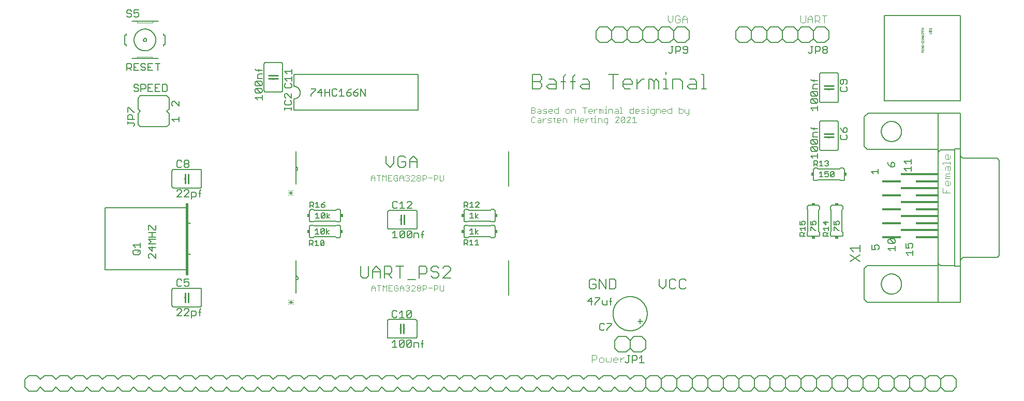
<source format=gto>
G75*
%MOIN*%
%OFA0B0*%
%FSLAX25Y25*%
%IPPOS*%
%LPD*%
%AMOC8*
5,1,8,0,0,1.08239X$1,22.5*
%
%ADD10C,0.00600*%
%ADD11C,0.00800*%
%ADD12C,0.00300*%
%ADD13C,0.00700*%
%ADD14C,0.00500*%
%ADD15C,0.00400*%
%ADD16R,0.24016X0.01575*%
%ADD17R,0.14173X0.01575*%
%ADD18R,0.12205X0.01575*%
%ADD19C,0.00100*%
%ADD20C,0.01000*%
%ADD21C,0.01600*%
%ADD22C,0.00200*%
%ADD23R,0.01500X0.02000*%
%ADD24R,0.02000X0.01500*%
D10*
X0006708Y0007436D02*
X0011708Y0007436D01*
X0014208Y0009936D01*
X0016708Y0007436D01*
X0021708Y0007436D01*
X0024208Y0009936D01*
X0026708Y0007436D01*
X0031708Y0007436D01*
X0034208Y0009936D01*
X0036708Y0007436D01*
X0041708Y0007436D01*
X0044208Y0009936D01*
X0046708Y0007436D01*
X0051708Y0007436D01*
X0054208Y0009936D01*
X0056708Y0007436D01*
X0061708Y0007436D01*
X0064208Y0009936D01*
X0066708Y0007436D01*
X0071708Y0007436D01*
X0074208Y0009936D01*
X0076708Y0007436D01*
X0081708Y0007436D01*
X0084208Y0009936D01*
X0086708Y0007436D01*
X0091708Y0007436D01*
X0094208Y0009936D01*
X0096708Y0007436D01*
X0101708Y0007436D01*
X0104208Y0009936D01*
X0106708Y0007436D01*
X0111708Y0007436D01*
X0114208Y0009936D01*
X0116708Y0007436D01*
X0121708Y0007436D01*
X0124208Y0009936D01*
X0126708Y0007436D01*
X0131708Y0007436D01*
X0134208Y0009936D01*
X0136708Y0007436D01*
X0141708Y0007436D01*
X0144208Y0009936D01*
X0146708Y0007436D01*
X0151708Y0007436D01*
X0154208Y0009936D01*
X0156708Y0007436D01*
X0161708Y0007436D01*
X0164208Y0009936D01*
X0166708Y0007436D01*
X0171708Y0007436D01*
X0174208Y0009936D01*
X0176708Y0007436D01*
X0181708Y0007436D01*
X0184208Y0009936D01*
X0186708Y0007436D01*
X0191708Y0007436D01*
X0194208Y0009936D01*
X0196708Y0007436D01*
X0201708Y0007436D01*
X0204208Y0009936D01*
X0206708Y0007436D01*
X0211708Y0007436D01*
X0214208Y0009936D01*
X0216708Y0007436D01*
X0221708Y0007436D01*
X0224208Y0009936D01*
X0226708Y0007436D01*
X0231708Y0007436D01*
X0234208Y0009936D01*
X0236708Y0007436D01*
X0241708Y0007436D01*
X0244208Y0009936D01*
X0246708Y0007436D01*
X0251708Y0007436D01*
X0254208Y0009936D01*
X0256708Y0007436D01*
X0261708Y0007436D01*
X0264208Y0009936D01*
X0266708Y0007436D01*
X0271708Y0007436D01*
X0274208Y0009936D01*
X0276708Y0007436D01*
X0281708Y0007436D01*
X0284208Y0009936D01*
X0286708Y0007436D01*
X0291708Y0007436D01*
X0294208Y0009936D01*
X0296708Y0007436D01*
X0301708Y0007436D01*
X0304208Y0009936D01*
X0306708Y0007436D01*
X0311708Y0007436D01*
X0314208Y0009936D01*
X0316708Y0007436D01*
X0321708Y0007436D01*
X0324208Y0009936D01*
X0326708Y0007436D01*
X0331708Y0007436D01*
X0334208Y0009936D01*
X0336708Y0007436D01*
X0341708Y0007436D01*
X0344208Y0009936D01*
X0346708Y0007436D01*
X0351708Y0007436D01*
X0354208Y0009936D01*
X0356708Y0007436D01*
X0361708Y0007436D01*
X0364208Y0009936D01*
X0366708Y0007436D01*
X0371708Y0007436D01*
X0374208Y0009936D01*
X0376708Y0007436D01*
X0381708Y0007436D01*
X0384208Y0009936D01*
X0386708Y0007436D01*
X0391708Y0007436D01*
X0394208Y0009936D01*
X0396708Y0007436D01*
X0401708Y0007436D01*
X0404208Y0009936D01*
X0406708Y0007436D01*
X0411708Y0007436D01*
X0414208Y0009936D01*
X0416708Y0007436D01*
X0421708Y0007436D01*
X0424208Y0009936D01*
X0424208Y0014936D01*
X0421708Y0017436D01*
X0416708Y0017436D01*
X0414208Y0014936D01*
X0414208Y0009936D01*
X0414208Y0014936D02*
X0411708Y0017436D01*
X0406708Y0017436D01*
X0404208Y0014936D01*
X0404208Y0009936D01*
X0404208Y0014936D01*
X0401708Y0017436D01*
X0396708Y0017436D01*
X0394208Y0014936D01*
X0391708Y0017436D01*
X0386708Y0017436D01*
X0384208Y0014936D01*
X0381708Y0017436D01*
X0376708Y0017436D01*
X0374208Y0014936D01*
X0371708Y0017436D01*
X0366708Y0017436D01*
X0364208Y0014936D01*
X0361708Y0017436D01*
X0356708Y0017436D01*
X0354208Y0014936D01*
X0351708Y0017436D01*
X0346708Y0017436D01*
X0344208Y0014936D01*
X0341708Y0017436D01*
X0336708Y0017436D01*
X0334208Y0014936D01*
X0331708Y0017436D01*
X0326708Y0017436D01*
X0324208Y0014936D01*
X0321708Y0017436D01*
X0316708Y0017436D01*
X0314208Y0014936D01*
X0311708Y0017436D01*
X0306708Y0017436D01*
X0304208Y0014936D01*
X0301708Y0017436D01*
X0296708Y0017436D01*
X0294208Y0014936D01*
X0291708Y0017436D01*
X0286708Y0017436D01*
X0284208Y0014936D01*
X0281708Y0017436D01*
X0276708Y0017436D01*
X0274208Y0014936D01*
X0271708Y0017436D01*
X0266708Y0017436D01*
X0264208Y0014936D01*
X0261708Y0017436D01*
X0256708Y0017436D01*
X0254208Y0014936D01*
X0251708Y0017436D01*
X0246708Y0017436D01*
X0244208Y0014936D01*
X0241708Y0017436D01*
X0236708Y0017436D01*
X0234208Y0014936D01*
X0231708Y0017436D01*
X0226708Y0017436D01*
X0224208Y0014936D01*
X0221708Y0017436D01*
X0216708Y0017436D01*
X0214208Y0014936D01*
X0211708Y0017436D01*
X0206708Y0017436D01*
X0204208Y0014936D01*
X0201708Y0017436D01*
X0196708Y0017436D01*
X0194208Y0014936D01*
X0191708Y0017436D01*
X0186708Y0017436D01*
X0184208Y0014936D01*
X0181708Y0017436D01*
X0176708Y0017436D01*
X0174208Y0014936D01*
X0171708Y0017436D01*
X0166708Y0017436D01*
X0164208Y0014936D01*
X0161708Y0017436D01*
X0156708Y0017436D01*
X0154208Y0014936D01*
X0151708Y0017436D01*
X0146708Y0017436D01*
X0144208Y0014936D01*
X0141708Y0017436D01*
X0136708Y0017436D01*
X0134208Y0014936D01*
X0131708Y0017436D01*
X0126708Y0017436D01*
X0124208Y0014936D01*
X0121708Y0017436D01*
X0116708Y0017436D01*
X0114208Y0014936D01*
X0111708Y0017436D01*
X0106708Y0017436D01*
X0104208Y0014936D01*
X0101708Y0017436D01*
X0096708Y0017436D01*
X0094208Y0014936D01*
X0091708Y0017436D01*
X0086708Y0017436D01*
X0084208Y0014936D01*
X0081708Y0017436D01*
X0076708Y0017436D01*
X0074208Y0014936D01*
X0071708Y0017436D01*
X0066708Y0017436D01*
X0064208Y0014936D01*
X0061708Y0017436D01*
X0056708Y0017436D01*
X0054208Y0014936D01*
X0051708Y0017436D01*
X0046708Y0017436D01*
X0044208Y0014936D01*
X0041708Y0017436D01*
X0036708Y0017436D01*
X0034208Y0014936D01*
X0031708Y0017436D01*
X0026708Y0017436D01*
X0024208Y0014936D01*
X0021708Y0017436D01*
X0016708Y0017436D01*
X0014208Y0014936D01*
X0011708Y0017436D01*
X0006708Y0017436D01*
X0004208Y0014936D01*
X0004208Y0009936D01*
X0006708Y0007436D01*
X0099999Y0061751D02*
X0116999Y0061751D01*
X0117059Y0061753D01*
X0117120Y0061758D01*
X0117179Y0061767D01*
X0117238Y0061780D01*
X0117297Y0061796D01*
X0117354Y0061816D01*
X0117409Y0061839D01*
X0117464Y0061866D01*
X0117516Y0061895D01*
X0117567Y0061928D01*
X0117616Y0061964D01*
X0117662Y0062002D01*
X0117706Y0062044D01*
X0117748Y0062088D01*
X0117786Y0062134D01*
X0117822Y0062183D01*
X0117855Y0062234D01*
X0117884Y0062286D01*
X0117911Y0062341D01*
X0117934Y0062396D01*
X0117954Y0062453D01*
X0117970Y0062512D01*
X0117983Y0062571D01*
X0117992Y0062630D01*
X0117997Y0062691D01*
X0117999Y0062751D01*
X0117999Y0072751D01*
X0117997Y0072811D01*
X0117992Y0072872D01*
X0117983Y0072931D01*
X0117970Y0072990D01*
X0117954Y0073049D01*
X0117934Y0073106D01*
X0117911Y0073161D01*
X0117884Y0073216D01*
X0117855Y0073268D01*
X0117822Y0073319D01*
X0117786Y0073368D01*
X0117748Y0073414D01*
X0117706Y0073458D01*
X0117662Y0073500D01*
X0117616Y0073538D01*
X0117567Y0073574D01*
X0117516Y0073607D01*
X0117464Y0073636D01*
X0117409Y0073663D01*
X0117354Y0073686D01*
X0117297Y0073706D01*
X0117238Y0073722D01*
X0117179Y0073735D01*
X0117120Y0073744D01*
X0117059Y0073749D01*
X0116999Y0073751D01*
X0099999Y0073751D01*
X0099939Y0073749D01*
X0099878Y0073744D01*
X0099819Y0073735D01*
X0099760Y0073722D01*
X0099701Y0073706D01*
X0099644Y0073686D01*
X0099589Y0073663D01*
X0099534Y0073636D01*
X0099482Y0073607D01*
X0099431Y0073574D01*
X0099382Y0073538D01*
X0099336Y0073500D01*
X0099292Y0073458D01*
X0099250Y0073414D01*
X0099212Y0073368D01*
X0099176Y0073319D01*
X0099143Y0073268D01*
X0099114Y0073216D01*
X0099087Y0073161D01*
X0099064Y0073106D01*
X0099044Y0073049D01*
X0099028Y0072990D01*
X0099015Y0072931D01*
X0099006Y0072872D01*
X0099001Y0072811D01*
X0098999Y0072751D01*
X0098999Y0062751D01*
X0099001Y0062691D01*
X0099006Y0062630D01*
X0099015Y0062571D01*
X0099028Y0062512D01*
X0099044Y0062453D01*
X0099064Y0062396D01*
X0099087Y0062341D01*
X0099114Y0062286D01*
X0099143Y0062234D01*
X0099176Y0062183D01*
X0099212Y0062134D01*
X0099250Y0062088D01*
X0099292Y0062044D01*
X0099336Y0062002D01*
X0099382Y0061964D01*
X0099431Y0061928D01*
X0099482Y0061895D01*
X0099534Y0061866D01*
X0099589Y0061839D01*
X0099644Y0061816D01*
X0099701Y0061796D01*
X0099760Y0061780D01*
X0099819Y0061767D01*
X0099878Y0061758D01*
X0099939Y0061753D01*
X0099999Y0061751D01*
X0106999Y0067751D02*
X0107499Y0067751D01*
X0109499Y0067751D02*
X0109999Y0067751D01*
X0108381Y0085507D02*
X0055881Y0085507D01*
X0055881Y0125507D01*
X0108381Y0125507D01*
X0108381Y0115507D02*
X0110881Y0115507D01*
X0110881Y0095507D02*
X0108381Y0095507D01*
X0178976Y0091550D02*
X0178976Y0081550D01*
X0178976Y0079150D01*
X0178976Y0070550D01*
X0178976Y0079150D02*
X0179045Y0079152D01*
X0179113Y0079158D01*
X0179181Y0079168D01*
X0179248Y0079181D01*
X0179314Y0079199D01*
X0179379Y0079220D01*
X0179443Y0079245D01*
X0179505Y0079273D01*
X0179566Y0079305D01*
X0179625Y0079340D01*
X0179681Y0079379D01*
X0179736Y0079421D01*
X0179787Y0079466D01*
X0179837Y0079514D01*
X0179883Y0079564D01*
X0179926Y0079617D01*
X0179967Y0079673D01*
X0180004Y0079730D01*
X0180037Y0079790D01*
X0180068Y0079852D01*
X0180094Y0079915D01*
X0180117Y0079979D01*
X0180137Y0080045D01*
X0180152Y0080112D01*
X0180164Y0080179D01*
X0180172Y0080247D01*
X0180176Y0080316D01*
X0180176Y0080384D01*
X0180172Y0080453D01*
X0180164Y0080521D01*
X0180152Y0080588D01*
X0180137Y0080655D01*
X0180117Y0080721D01*
X0180094Y0080785D01*
X0180068Y0080848D01*
X0180037Y0080910D01*
X0180004Y0080970D01*
X0179967Y0081027D01*
X0179926Y0081083D01*
X0179883Y0081136D01*
X0179837Y0081186D01*
X0179787Y0081234D01*
X0179736Y0081279D01*
X0179681Y0081321D01*
X0179625Y0081360D01*
X0179566Y0081395D01*
X0179505Y0081427D01*
X0179443Y0081455D01*
X0179379Y0081480D01*
X0179314Y0081501D01*
X0179248Y0081519D01*
X0179181Y0081532D01*
X0179113Y0081542D01*
X0179045Y0081548D01*
X0178976Y0081550D01*
X0188476Y0106428D02*
X0189976Y0106428D01*
X0190476Y0106928D01*
X0204476Y0106928D01*
X0204976Y0106428D01*
X0206476Y0106428D01*
X0206536Y0106430D01*
X0206597Y0106435D01*
X0206656Y0106444D01*
X0206715Y0106457D01*
X0206774Y0106473D01*
X0206831Y0106493D01*
X0206886Y0106516D01*
X0206941Y0106543D01*
X0206993Y0106572D01*
X0207044Y0106605D01*
X0207093Y0106641D01*
X0207139Y0106679D01*
X0207183Y0106721D01*
X0207225Y0106765D01*
X0207263Y0106811D01*
X0207299Y0106860D01*
X0207332Y0106911D01*
X0207361Y0106963D01*
X0207388Y0107018D01*
X0207411Y0107073D01*
X0207431Y0107130D01*
X0207447Y0107189D01*
X0207460Y0107248D01*
X0207469Y0107307D01*
X0207474Y0107368D01*
X0207476Y0107428D01*
X0207476Y0113428D01*
X0207474Y0113488D01*
X0207469Y0113549D01*
X0207460Y0113608D01*
X0207447Y0113667D01*
X0207431Y0113726D01*
X0207411Y0113783D01*
X0207388Y0113838D01*
X0207361Y0113893D01*
X0207332Y0113945D01*
X0207299Y0113996D01*
X0207263Y0114045D01*
X0207225Y0114091D01*
X0207183Y0114135D01*
X0207139Y0114177D01*
X0207093Y0114215D01*
X0207044Y0114251D01*
X0206993Y0114284D01*
X0206941Y0114313D01*
X0206886Y0114340D01*
X0206831Y0114363D01*
X0206774Y0114383D01*
X0206715Y0114399D01*
X0206656Y0114412D01*
X0206597Y0114421D01*
X0206536Y0114426D01*
X0206476Y0114428D01*
X0204976Y0114428D01*
X0204476Y0113928D01*
X0190476Y0113928D01*
X0189976Y0114428D01*
X0188476Y0114428D01*
X0188416Y0114426D01*
X0188355Y0114421D01*
X0188296Y0114412D01*
X0188237Y0114399D01*
X0188178Y0114383D01*
X0188121Y0114363D01*
X0188066Y0114340D01*
X0188011Y0114313D01*
X0187959Y0114284D01*
X0187908Y0114251D01*
X0187859Y0114215D01*
X0187813Y0114177D01*
X0187769Y0114135D01*
X0187727Y0114091D01*
X0187689Y0114045D01*
X0187653Y0113996D01*
X0187620Y0113945D01*
X0187591Y0113893D01*
X0187564Y0113838D01*
X0187541Y0113783D01*
X0187521Y0113726D01*
X0187505Y0113667D01*
X0187492Y0113608D01*
X0187483Y0113549D01*
X0187478Y0113488D01*
X0187476Y0113428D01*
X0187476Y0107428D01*
X0187478Y0107368D01*
X0187483Y0107307D01*
X0187492Y0107248D01*
X0187505Y0107189D01*
X0187521Y0107130D01*
X0187541Y0107073D01*
X0187564Y0107018D01*
X0187591Y0106963D01*
X0187620Y0106911D01*
X0187653Y0106860D01*
X0187689Y0106811D01*
X0187727Y0106765D01*
X0187769Y0106721D01*
X0187813Y0106679D01*
X0187859Y0106641D01*
X0187908Y0106605D01*
X0187959Y0106572D01*
X0188011Y0106543D01*
X0188066Y0106516D01*
X0188121Y0106493D01*
X0188178Y0106473D01*
X0188237Y0106457D01*
X0188296Y0106444D01*
X0188355Y0106435D01*
X0188416Y0106430D01*
X0188476Y0106428D01*
X0188672Y0116546D02*
X0190172Y0116546D01*
X0190672Y0117046D01*
X0204672Y0117046D01*
X0205172Y0116546D01*
X0206672Y0116546D01*
X0206732Y0116548D01*
X0206793Y0116553D01*
X0206852Y0116562D01*
X0206911Y0116575D01*
X0206970Y0116591D01*
X0207027Y0116611D01*
X0207082Y0116634D01*
X0207137Y0116661D01*
X0207189Y0116690D01*
X0207240Y0116723D01*
X0207289Y0116759D01*
X0207335Y0116797D01*
X0207379Y0116839D01*
X0207421Y0116883D01*
X0207459Y0116929D01*
X0207495Y0116978D01*
X0207528Y0117029D01*
X0207557Y0117081D01*
X0207584Y0117136D01*
X0207607Y0117191D01*
X0207627Y0117248D01*
X0207643Y0117307D01*
X0207656Y0117366D01*
X0207665Y0117425D01*
X0207670Y0117486D01*
X0207672Y0117546D01*
X0207672Y0123546D01*
X0207670Y0123606D01*
X0207665Y0123667D01*
X0207656Y0123726D01*
X0207643Y0123785D01*
X0207627Y0123844D01*
X0207607Y0123901D01*
X0207584Y0123956D01*
X0207557Y0124011D01*
X0207528Y0124063D01*
X0207495Y0124114D01*
X0207459Y0124163D01*
X0207421Y0124209D01*
X0207379Y0124253D01*
X0207335Y0124295D01*
X0207289Y0124333D01*
X0207240Y0124369D01*
X0207189Y0124402D01*
X0207137Y0124431D01*
X0207082Y0124458D01*
X0207027Y0124481D01*
X0206970Y0124501D01*
X0206911Y0124517D01*
X0206852Y0124530D01*
X0206793Y0124539D01*
X0206732Y0124544D01*
X0206672Y0124546D01*
X0205172Y0124546D01*
X0204672Y0124046D01*
X0190672Y0124046D01*
X0190172Y0124546D01*
X0188672Y0124546D01*
X0188612Y0124544D01*
X0188551Y0124539D01*
X0188492Y0124530D01*
X0188433Y0124517D01*
X0188374Y0124501D01*
X0188317Y0124481D01*
X0188262Y0124458D01*
X0188207Y0124431D01*
X0188155Y0124402D01*
X0188104Y0124369D01*
X0188055Y0124333D01*
X0188009Y0124295D01*
X0187965Y0124253D01*
X0187923Y0124209D01*
X0187885Y0124163D01*
X0187849Y0124114D01*
X0187816Y0124063D01*
X0187787Y0124011D01*
X0187760Y0123956D01*
X0187737Y0123901D01*
X0187717Y0123844D01*
X0187701Y0123785D01*
X0187688Y0123726D01*
X0187679Y0123667D01*
X0187674Y0123606D01*
X0187672Y0123546D01*
X0187672Y0117546D01*
X0187674Y0117486D01*
X0187679Y0117425D01*
X0187688Y0117366D01*
X0187701Y0117307D01*
X0187717Y0117248D01*
X0187737Y0117191D01*
X0187760Y0117136D01*
X0187787Y0117081D01*
X0187816Y0117029D01*
X0187849Y0116978D01*
X0187885Y0116929D01*
X0187923Y0116883D01*
X0187965Y0116839D01*
X0188009Y0116797D01*
X0188055Y0116759D01*
X0188104Y0116723D01*
X0188155Y0116690D01*
X0188207Y0116661D01*
X0188262Y0116634D01*
X0188317Y0116611D01*
X0188374Y0116591D01*
X0188433Y0116575D01*
X0188492Y0116562D01*
X0188551Y0116553D01*
X0188612Y0116548D01*
X0188672Y0116546D01*
X0237936Y0112909D02*
X0237936Y0122909D01*
X0237938Y0122969D01*
X0237943Y0123030D01*
X0237952Y0123089D01*
X0237965Y0123148D01*
X0237981Y0123207D01*
X0238001Y0123264D01*
X0238024Y0123319D01*
X0238051Y0123374D01*
X0238080Y0123426D01*
X0238113Y0123477D01*
X0238149Y0123526D01*
X0238187Y0123572D01*
X0238229Y0123616D01*
X0238273Y0123658D01*
X0238319Y0123696D01*
X0238368Y0123732D01*
X0238419Y0123765D01*
X0238471Y0123794D01*
X0238526Y0123821D01*
X0238581Y0123844D01*
X0238638Y0123864D01*
X0238697Y0123880D01*
X0238756Y0123893D01*
X0238815Y0123902D01*
X0238876Y0123907D01*
X0238936Y0123909D01*
X0255936Y0123909D01*
X0255996Y0123907D01*
X0256057Y0123902D01*
X0256116Y0123893D01*
X0256175Y0123880D01*
X0256234Y0123864D01*
X0256291Y0123844D01*
X0256346Y0123821D01*
X0256401Y0123794D01*
X0256453Y0123765D01*
X0256504Y0123732D01*
X0256553Y0123696D01*
X0256599Y0123658D01*
X0256643Y0123616D01*
X0256685Y0123572D01*
X0256723Y0123526D01*
X0256759Y0123477D01*
X0256792Y0123426D01*
X0256821Y0123374D01*
X0256848Y0123319D01*
X0256871Y0123264D01*
X0256891Y0123207D01*
X0256907Y0123148D01*
X0256920Y0123089D01*
X0256929Y0123030D01*
X0256934Y0122969D01*
X0256936Y0122909D01*
X0256936Y0112909D01*
X0256934Y0112849D01*
X0256929Y0112788D01*
X0256920Y0112729D01*
X0256907Y0112670D01*
X0256891Y0112611D01*
X0256871Y0112554D01*
X0256848Y0112499D01*
X0256821Y0112444D01*
X0256792Y0112392D01*
X0256759Y0112341D01*
X0256723Y0112292D01*
X0256685Y0112246D01*
X0256643Y0112202D01*
X0256599Y0112160D01*
X0256553Y0112122D01*
X0256504Y0112086D01*
X0256453Y0112053D01*
X0256401Y0112024D01*
X0256346Y0111997D01*
X0256291Y0111974D01*
X0256234Y0111954D01*
X0256175Y0111938D01*
X0256116Y0111925D01*
X0256057Y0111916D01*
X0255996Y0111911D01*
X0255936Y0111909D01*
X0238936Y0111909D01*
X0238876Y0111911D01*
X0238815Y0111916D01*
X0238756Y0111925D01*
X0238697Y0111938D01*
X0238638Y0111954D01*
X0238581Y0111974D01*
X0238526Y0111997D01*
X0238471Y0112024D01*
X0238419Y0112053D01*
X0238368Y0112086D01*
X0238319Y0112122D01*
X0238273Y0112160D01*
X0238229Y0112202D01*
X0238187Y0112246D01*
X0238149Y0112292D01*
X0238113Y0112341D01*
X0238080Y0112392D01*
X0238051Y0112444D01*
X0238024Y0112499D01*
X0238001Y0112554D01*
X0237981Y0112611D01*
X0237965Y0112670D01*
X0237952Y0112729D01*
X0237943Y0112788D01*
X0237938Y0112849D01*
X0237936Y0112909D01*
X0245936Y0117909D02*
X0246436Y0117909D01*
X0248436Y0117909D02*
X0248936Y0117909D01*
X0287082Y0117546D02*
X0287082Y0123546D01*
X0287084Y0123606D01*
X0287089Y0123667D01*
X0287098Y0123726D01*
X0287111Y0123785D01*
X0287127Y0123844D01*
X0287147Y0123901D01*
X0287170Y0123956D01*
X0287197Y0124011D01*
X0287226Y0124063D01*
X0287259Y0124114D01*
X0287295Y0124163D01*
X0287333Y0124209D01*
X0287375Y0124253D01*
X0287419Y0124295D01*
X0287465Y0124333D01*
X0287514Y0124369D01*
X0287565Y0124402D01*
X0287617Y0124431D01*
X0287672Y0124458D01*
X0287727Y0124481D01*
X0287784Y0124501D01*
X0287843Y0124517D01*
X0287902Y0124530D01*
X0287961Y0124539D01*
X0288022Y0124544D01*
X0288082Y0124546D01*
X0289582Y0124546D01*
X0290082Y0124046D01*
X0304082Y0124046D01*
X0304582Y0124546D01*
X0306082Y0124546D01*
X0306142Y0124544D01*
X0306203Y0124539D01*
X0306262Y0124530D01*
X0306321Y0124517D01*
X0306380Y0124501D01*
X0306437Y0124481D01*
X0306492Y0124458D01*
X0306547Y0124431D01*
X0306599Y0124402D01*
X0306650Y0124369D01*
X0306699Y0124333D01*
X0306745Y0124295D01*
X0306789Y0124253D01*
X0306831Y0124209D01*
X0306869Y0124163D01*
X0306905Y0124114D01*
X0306938Y0124063D01*
X0306967Y0124011D01*
X0306994Y0123956D01*
X0307017Y0123901D01*
X0307037Y0123844D01*
X0307053Y0123785D01*
X0307066Y0123726D01*
X0307075Y0123667D01*
X0307080Y0123606D01*
X0307082Y0123546D01*
X0307082Y0117546D01*
X0307080Y0117486D01*
X0307075Y0117425D01*
X0307066Y0117366D01*
X0307053Y0117307D01*
X0307037Y0117248D01*
X0307017Y0117191D01*
X0306994Y0117136D01*
X0306967Y0117081D01*
X0306938Y0117029D01*
X0306905Y0116978D01*
X0306869Y0116929D01*
X0306831Y0116883D01*
X0306789Y0116839D01*
X0306745Y0116797D01*
X0306699Y0116759D01*
X0306650Y0116723D01*
X0306599Y0116690D01*
X0306547Y0116661D01*
X0306492Y0116634D01*
X0306437Y0116611D01*
X0306380Y0116591D01*
X0306321Y0116575D01*
X0306262Y0116562D01*
X0306203Y0116553D01*
X0306142Y0116548D01*
X0306082Y0116546D01*
X0304582Y0116546D01*
X0304082Y0117046D01*
X0290082Y0117046D01*
X0289582Y0116546D01*
X0288082Y0116546D01*
X0288022Y0116548D01*
X0287961Y0116553D01*
X0287902Y0116562D01*
X0287843Y0116575D01*
X0287784Y0116591D01*
X0287727Y0116611D01*
X0287672Y0116634D01*
X0287617Y0116661D01*
X0287565Y0116690D01*
X0287514Y0116723D01*
X0287465Y0116759D01*
X0287419Y0116797D01*
X0287375Y0116839D01*
X0287333Y0116883D01*
X0287295Y0116929D01*
X0287259Y0116978D01*
X0287226Y0117029D01*
X0287197Y0117081D01*
X0287170Y0117136D01*
X0287147Y0117191D01*
X0287127Y0117248D01*
X0287111Y0117307D01*
X0287098Y0117366D01*
X0287089Y0117425D01*
X0287084Y0117486D01*
X0287082Y0117546D01*
X0288082Y0114428D02*
X0289582Y0114428D01*
X0290082Y0113928D01*
X0304082Y0113928D01*
X0304582Y0114428D01*
X0306082Y0114428D01*
X0306142Y0114426D01*
X0306203Y0114421D01*
X0306262Y0114412D01*
X0306321Y0114399D01*
X0306380Y0114383D01*
X0306437Y0114363D01*
X0306492Y0114340D01*
X0306547Y0114313D01*
X0306599Y0114284D01*
X0306650Y0114251D01*
X0306699Y0114215D01*
X0306745Y0114177D01*
X0306789Y0114135D01*
X0306831Y0114091D01*
X0306869Y0114045D01*
X0306905Y0113996D01*
X0306938Y0113945D01*
X0306967Y0113893D01*
X0306994Y0113838D01*
X0307017Y0113783D01*
X0307037Y0113726D01*
X0307053Y0113667D01*
X0307066Y0113608D01*
X0307075Y0113549D01*
X0307080Y0113488D01*
X0307082Y0113428D01*
X0307082Y0107428D01*
X0307080Y0107368D01*
X0307075Y0107307D01*
X0307066Y0107248D01*
X0307053Y0107189D01*
X0307037Y0107130D01*
X0307017Y0107073D01*
X0306994Y0107018D01*
X0306967Y0106963D01*
X0306938Y0106911D01*
X0306905Y0106860D01*
X0306869Y0106811D01*
X0306831Y0106765D01*
X0306789Y0106721D01*
X0306745Y0106679D01*
X0306699Y0106641D01*
X0306650Y0106605D01*
X0306599Y0106572D01*
X0306547Y0106543D01*
X0306492Y0106516D01*
X0306437Y0106493D01*
X0306380Y0106473D01*
X0306321Y0106457D01*
X0306262Y0106444D01*
X0306203Y0106435D01*
X0306142Y0106430D01*
X0306082Y0106428D01*
X0304582Y0106428D01*
X0304082Y0106928D01*
X0290082Y0106928D01*
X0289582Y0106428D01*
X0288082Y0106428D01*
X0288022Y0106430D01*
X0287961Y0106435D01*
X0287902Y0106444D01*
X0287843Y0106457D01*
X0287784Y0106473D01*
X0287727Y0106493D01*
X0287672Y0106516D01*
X0287617Y0106543D01*
X0287565Y0106572D01*
X0287514Y0106605D01*
X0287465Y0106641D01*
X0287419Y0106679D01*
X0287375Y0106721D01*
X0287333Y0106765D01*
X0287295Y0106811D01*
X0287259Y0106860D01*
X0287226Y0106911D01*
X0287197Y0106963D01*
X0287170Y0107018D01*
X0287147Y0107073D01*
X0287127Y0107130D01*
X0287111Y0107189D01*
X0287098Y0107248D01*
X0287089Y0107307D01*
X0287084Y0107368D01*
X0287082Y0107428D01*
X0287082Y0113428D01*
X0287084Y0113488D01*
X0287089Y0113549D01*
X0287098Y0113608D01*
X0287111Y0113667D01*
X0287127Y0113726D01*
X0287147Y0113783D01*
X0287170Y0113838D01*
X0287197Y0113893D01*
X0287226Y0113945D01*
X0287259Y0113996D01*
X0287295Y0114045D01*
X0287333Y0114091D01*
X0287375Y0114135D01*
X0287419Y0114177D01*
X0287465Y0114215D01*
X0287514Y0114251D01*
X0287565Y0114284D01*
X0287617Y0114313D01*
X0287672Y0114340D01*
X0287727Y0114363D01*
X0287784Y0114383D01*
X0287843Y0114399D01*
X0287902Y0114412D01*
X0287961Y0114421D01*
X0288022Y0114426D01*
X0288082Y0114428D01*
X0315976Y0091550D02*
X0315976Y0069150D01*
X0367854Y0074237D02*
X0368922Y0073169D01*
X0371057Y0073169D01*
X0372125Y0074237D01*
X0372125Y0076372D01*
X0369989Y0076372D01*
X0367854Y0078507D02*
X0367854Y0074237D01*
X0374300Y0073169D02*
X0374300Y0079575D01*
X0378570Y0073169D01*
X0378570Y0079575D01*
X0380745Y0079575D02*
X0383948Y0079575D01*
X0385016Y0078507D01*
X0385016Y0074237D01*
X0383948Y0073169D01*
X0380745Y0073169D01*
X0380745Y0079575D01*
X0372125Y0078507D02*
X0371057Y0079575D01*
X0368922Y0079575D01*
X0367854Y0078507D01*
X0412973Y0079575D02*
X0412973Y0075304D01*
X0415108Y0073169D01*
X0417243Y0075304D01*
X0417243Y0079575D01*
X0419418Y0078507D02*
X0419418Y0074237D01*
X0420486Y0073169D01*
X0422621Y0073169D01*
X0423689Y0074237D01*
X0425864Y0074237D02*
X0426931Y0073169D01*
X0429067Y0073169D01*
X0430134Y0074237D01*
X0425864Y0074237D02*
X0425864Y0078507D01*
X0426931Y0079575D01*
X0429067Y0079575D01*
X0430134Y0078507D01*
X0423689Y0078507D02*
X0422621Y0079575D01*
X0420486Y0079575D01*
X0419418Y0078507D01*
X0383129Y0057318D02*
X0383132Y0057588D01*
X0383142Y0057858D01*
X0383159Y0058127D01*
X0383182Y0058396D01*
X0383212Y0058665D01*
X0383248Y0058932D01*
X0383291Y0059199D01*
X0383340Y0059464D01*
X0383396Y0059728D01*
X0383459Y0059991D01*
X0383527Y0060252D01*
X0383603Y0060511D01*
X0383684Y0060768D01*
X0383772Y0061024D01*
X0383866Y0061277D01*
X0383966Y0061528D01*
X0384073Y0061776D01*
X0384185Y0062021D01*
X0384304Y0062264D01*
X0384428Y0062503D01*
X0384558Y0062740D01*
X0384694Y0062973D01*
X0384836Y0063203D01*
X0384983Y0063429D01*
X0385136Y0063652D01*
X0385294Y0063871D01*
X0385457Y0064086D01*
X0385626Y0064296D01*
X0385800Y0064503D01*
X0385979Y0064705D01*
X0386162Y0064903D01*
X0386351Y0065096D01*
X0386544Y0065285D01*
X0386742Y0065468D01*
X0386944Y0065647D01*
X0387151Y0065821D01*
X0387361Y0065990D01*
X0387576Y0066153D01*
X0387795Y0066311D01*
X0388018Y0066464D01*
X0388244Y0066611D01*
X0388474Y0066753D01*
X0388707Y0066889D01*
X0388944Y0067019D01*
X0389183Y0067143D01*
X0389426Y0067262D01*
X0389671Y0067374D01*
X0389919Y0067481D01*
X0390170Y0067581D01*
X0390423Y0067675D01*
X0390679Y0067763D01*
X0390936Y0067844D01*
X0391195Y0067920D01*
X0391456Y0067988D01*
X0391719Y0068051D01*
X0391983Y0068107D01*
X0392248Y0068156D01*
X0392515Y0068199D01*
X0392782Y0068235D01*
X0393051Y0068265D01*
X0393320Y0068288D01*
X0393589Y0068305D01*
X0393859Y0068315D01*
X0394129Y0068318D01*
X0394399Y0068315D01*
X0394669Y0068305D01*
X0394938Y0068288D01*
X0395207Y0068265D01*
X0395476Y0068235D01*
X0395743Y0068199D01*
X0396010Y0068156D01*
X0396275Y0068107D01*
X0396539Y0068051D01*
X0396802Y0067988D01*
X0397063Y0067920D01*
X0397322Y0067844D01*
X0397579Y0067763D01*
X0397835Y0067675D01*
X0398088Y0067581D01*
X0398339Y0067481D01*
X0398587Y0067374D01*
X0398832Y0067262D01*
X0399075Y0067143D01*
X0399314Y0067019D01*
X0399551Y0066889D01*
X0399784Y0066753D01*
X0400014Y0066611D01*
X0400240Y0066464D01*
X0400463Y0066311D01*
X0400682Y0066153D01*
X0400897Y0065990D01*
X0401107Y0065821D01*
X0401314Y0065647D01*
X0401516Y0065468D01*
X0401714Y0065285D01*
X0401907Y0065096D01*
X0402096Y0064903D01*
X0402279Y0064705D01*
X0402458Y0064503D01*
X0402632Y0064296D01*
X0402801Y0064086D01*
X0402964Y0063871D01*
X0403122Y0063652D01*
X0403275Y0063429D01*
X0403422Y0063203D01*
X0403564Y0062973D01*
X0403700Y0062740D01*
X0403830Y0062503D01*
X0403954Y0062264D01*
X0404073Y0062021D01*
X0404185Y0061776D01*
X0404292Y0061528D01*
X0404392Y0061277D01*
X0404486Y0061024D01*
X0404574Y0060768D01*
X0404655Y0060511D01*
X0404731Y0060252D01*
X0404799Y0059991D01*
X0404862Y0059728D01*
X0404918Y0059464D01*
X0404967Y0059199D01*
X0405010Y0058932D01*
X0405046Y0058665D01*
X0405076Y0058396D01*
X0405099Y0058127D01*
X0405116Y0057858D01*
X0405126Y0057588D01*
X0405129Y0057318D01*
X0405126Y0057048D01*
X0405116Y0056778D01*
X0405099Y0056509D01*
X0405076Y0056240D01*
X0405046Y0055971D01*
X0405010Y0055704D01*
X0404967Y0055437D01*
X0404918Y0055172D01*
X0404862Y0054908D01*
X0404799Y0054645D01*
X0404731Y0054384D01*
X0404655Y0054125D01*
X0404574Y0053868D01*
X0404486Y0053612D01*
X0404392Y0053359D01*
X0404292Y0053108D01*
X0404185Y0052860D01*
X0404073Y0052615D01*
X0403954Y0052372D01*
X0403830Y0052133D01*
X0403700Y0051896D01*
X0403564Y0051663D01*
X0403422Y0051433D01*
X0403275Y0051207D01*
X0403122Y0050984D01*
X0402964Y0050765D01*
X0402801Y0050550D01*
X0402632Y0050340D01*
X0402458Y0050133D01*
X0402279Y0049931D01*
X0402096Y0049733D01*
X0401907Y0049540D01*
X0401714Y0049351D01*
X0401516Y0049168D01*
X0401314Y0048989D01*
X0401107Y0048815D01*
X0400897Y0048646D01*
X0400682Y0048483D01*
X0400463Y0048325D01*
X0400240Y0048172D01*
X0400014Y0048025D01*
X0399784Y0047883D01*
X0399551Y0047747D01*
X0399314Y0047617D01*
X0399075Y0047493D01*
X0398832Y0047374D01*
X0398587Y0047262D01*
X0398339Y0047155D01*
X0398088Y0047055D01*
X0397835Y0046961D01*
X0397579Y0046873D01*
X0397322Y0046792D01*
X0397063Y0046716D01*
X0396802Y0046648D01*
X0396539Y0046585D01*
X0396275Y0046529D01*
X0396010Y0046480D01*
X0395743Y0046437D01*
X0395476Y0046401D01*
X0395207Y0046371D01*
X0394938Y0046348D01*
X0394669Y0046331D01*
X0394399Y0046321D01*
X0394129Y0046318D01*
X0393859Y0046321D01*
X0393589Y0046331D01*
X0393320Y0046348D01*
X0393051Y0046371D01*
X0392782Y0046401D01*
X0392515Y0046437D01*
X0392248Y0046480D01*
X0391983Y0046529D01*
X0391719Y0046585D01*
X0391456Y0046648D01*
X0391195Y0046716D01*
X0390936Y0046792D01*
X0390679Y0046873D01*
X0390423Y0046961D01*
X0390170Y0047055D01*
X0389919Y0047155D01*
X0389671Y0047262D01*
X0389426Y0047374D01*
X0389183Y0047493D01*
X0388944Y0047617D01*
X0388707Y0047747D01*
X0388474Y0047883D01*
X0388244Y0048025D01*
X0388018Y0048172D01*
X0387795Y0048325D01*
X0387576Y0048483D01*
X0387361Y0048646D01*
X0387151Y0048815D01*
X0386944Y0048989D01*
X0386742Y0049168D01*
X0386544Y0049351D01*
X0386351Y0049540D01*
X0386162Y0049733D01*
X0385979Y0049931D01*
X0385800Y0050133D01*
X0385626Y0050340D01*
X0385457Y0050550D01*
X0385294Y0050765D01*
X0385136Y0050984D01*
X0384983Y0051207D01*
X0384836Y0051433D01*
X0384694Y0051663D01*
X0384558Y0051896D01*
X0384428Y0052133D01*
X0384304Y0052372D01*
X0384185Y0052615D01*
X0384073Y0052860D01*
X0383966Y0053108D01*
X0383866Y0053359D01*
X0383772Y0053612D01*
X0383684Y0053868D01*
X0383603Y0054125D01*
X0383527Y0054384D01*
X0383459Y0054645D01*
X0383396Y0054908D01*
X0383340Y0055172D01*
X0383291Y0055437D01*
X0383248Y0055704D01*
X0383212Y0055971D01*
X0383182Y0056240D01*
X0383159Y0056509D01*
X0383142Y0056778D01*
X0383132Y0057048D01*
X0383129Y0057318D01*
X0399129Y0052318D02*
X0400629Y0052318D01*
X0400629Y0050818D01*
X0400629Y0052318D02*
X0400629Y0053818D01*
X0400629Y0052318D02*
X0402129Y0052318D01*
X0401629Y0042633D02*
X0396629Y0042633D01*
X0394129Y0040133D01*
X0391629Y0042633D01*
X0386629Y0042633D01*
X0384129Y0040133D01*
X0384129Y0035133D01*
X0386629Y0032633D01*
X0391629Y0032633D01*
X0394129Y0035133D01*
X0394129Y0040133D01*
X0401629Y0042633D02*
X0404129Y0040133D01*
X0404129Y0035133D01*
X0401629Y0032633D01*
X0396629Y0032633D01*
X0394129Y0035133D01*
X0424208Y0014936D02*
X0426708Y0017436D01*
X0431708Y0017436D01*
X0434208Y0014936D01*
X0436708Y0017436D01*
X0441708Y0017436D01*
X0444208Y0014936D01*
X0446708Y0017436D01*
X0451708Y0017436D01*
X0454208Y0014936D01*
X0454208Y0009936D01*
X0451708Y0007436D01*
X0446708Y0007436D01*
X0444208Y0009936D01*
X0441708Y0007436D01*
X0436708Y0007436D01*
X0434208Y0009936D01*
X0431708Y0007436D01*
X0426708Y0007436D01*
X0424208Y0009936D01*
X0434208Y0009936D02*
X0434208Y0014936D01*
X0444208Y0014936D02*
X0444208Y0009936D01*
X0454208Y0009936D02*
X0456708Y0007436D01*
X0461708Y0007436D01*
X0464208Y0009936D01*
X0466708Y0007436D01*
X0471708Y0007436D01*
X0474208Y0009936D01*
X0476708Y0007436D01*
X0481708Y0007436D01*
X0484208Y0009936D01*
X0484208Y0014936D01*
X0481708Y0017436D01*
X0476708Y0017436D01*
X0474208Y0014936D01*
X0474208Y0009936D01*
X0464208Y0009936D02*
X0464208Y0014936D01*
X0466708Y0017436D01*
X0471708Y0017436D01*
X0474208Y0014936D01*
X0464208Y0014936D02*
X0461708Y0017436D01*
X0456708Y0017436D01*
X0454208Y0014936D01*
X0484208Y0014936D02*
X0486708Y0017436D01*
X0491708Y0017436D01*
X0494208Y0014936D01*
X0496708Y0017436D01*
X0501708Y0017436D01*
X0504208Y0014936D01*
X0506708Y0017436D01*
X0511708Y0017436D01*
X0514208Y0014936D01*
X0514208Y0009936D01*
X0511708Y0007436D01*
X0506708Y0007436D01*
X0504208Y0009936D01*
X0501708Y0007436D01*
X0496708Y0007436D01*
X0494208Y0009936D01*
X0491708Y0007436D01*
X0486708Y0007436D01*
X0484208Y0009936D01*
X0494208Y0009936D02*
X0494208Y0014936D01*
X0504208Y0014936D02*
X0504208Y0009936D01*
X0514208Y0009936D02*
X0516708Y0007436D01*
X0521708Y0007436D01*
X0524208Y0009936D01*
X0526708Y0007436D01*
X0531708Y0007436D01*
X0534208Y0009936D01*
X0536708Y0007436D01*
X0541708Y0007436D01*
X0544208Y0009936D01*
X0544208Y0014936D01*
X0541708Y0017436D01*
X0536708Y0017436D01*
X0534208Y0014936D01*
X0534208Y0009936D01*
X0544208Y0009936D02*
X0546708Y0007436D01*
X0551708Y0007436D01*
X0554208Y0009936D01*
X0556708Y0007436D01*
X0561708Y0007436D01*
X0564208Y0009936D01*
X0566708Y0007436D01*
X0571708Y0007436D01*
X0574208Y0009936D01*
X0574208Y0014936D01*
X0571708Y0017436D01*
X0566708Y0017436D01*
X0564208Y0014936D01*
X0564208Y0009936D01*
X0574208Y0009936D02*
X0576708Y0007436D01*
X0581708Y0007436D01*
X0584208Y0009936D01*
X0586708Y0007436D01*
X0591708Y0007436D01*
X0594208Y0009936D01*
X0596708Y0007436D01*
X0601708Y0007436D01*
X0604208Y0009936D01*
X0604208Y0014936D01*
X0601708Y0017436D01*
X0596708Y0017436D01*
X0594208Y0014936D01*
X0594208Y0009936D01*
X0584208Y0009936D02*
X0584208Y0014936D01*
X0586708Y0017436D01*
X0591708Y0017436D01*
X0594208Y0014936D01*
X0584208Y0014936D02*
X0581708Y0017436D01*
X0576708Y0017436D01*
X0574208Y0014936D01*
X0564208Y0014936D02*
X0561708Y0017436D01*
X0556708Y0017436D01*
X0554208Y0014936D01*
X0554208Y0009936D01*
X0554208Y0014936D02*
X0551708Y0017436D01*
X0546708Y0017436D01*
X0544208Y0014936D01*
X0534208Y0014936D02*
X0531708Y0017436D01*
X0526708Y0017436D01*
X0524208Y0014936D01*
X0524208Y0009936D01*
X0524208Y0014936D02*
X0521708Y0017436D01*
X0516708Y0017436D01*
X0514208Y0014936D01*
X0546976Y0064665D02*
X0592476Y0064665D01*
X0592476Y0186590D01*
X0606869Y0186665D02*
X0547476Y0186665D01*
X0544976Y0184165D01*
X0544976Y0165165D01*
X0546976Y0163165D01*
X0592476Y0163165D01*
X0594976Y0163015D02*
X0603294Y0163015D01*
X0603294Y0088314D01*
X0603294Y0087814D01*
X0606869Y0087814D01*
X0603294Y0088314D02*
X0594976Y0088314D01*
X0594878Y0088316D01*
X0594780Y0088322D01*
X0594682Y0088331D01*
X0594585Y0088345D01*
X0594488Y0088362D01*
X0594392Y0088383D01*
X0594297Y0088408D01*
X0594203Y0088436D01*
X0594111Y0088469D01*
X0594019Y0088504D01*
X0593929Y0088544D01*
X0593841Y0088586D01*
X0593754Y0088633D01*
X0593670Y0088682D01*
X0593587Y0088735D01*
X0593507Y0088791D01*
X0593428Y0088851D01*
X0593352Y0088913D01*
X0593279Y0088978D01*
X0593208Y0089046D01*
X0593140Y0089117D01*
X0593075Y0089190D01*
X0593013Y0089266D01*
X0592953Y0089345D01*
X0592897Y0089425D01*
X0592844Y0089508D01*
X0592795Y0089592D01*
X0592748Y0089679D01*
X0592706Y0089767D01*
X0592666Y0089857D01*
X0592631Y0089949D01*
X0592598Y0090041D01*
X0592570Y0090135D01*
X0592545Y0090230D01*
X0592524Y0090326D01*
X0592507Y0090423D01*
X0592493Y0090520D01*
X0592484Y0090618D01*
X0592478Y0090716D01*
X0592476Y0090814D01*
X0592476Y0088165D02*
X0546976Y0088165D01*
X0544976Y0086165D01*
X0544976Y0066665D01*
X0546976Y0064665D01*
X0555976Y0076452D02*
X0555978Y0076613D01*
X0555984Y0076773D01*
X0555994Y0076934D01*
X0556008Y0077094D01*
X0556026Y0077254D01*
X0556047Y0077413D01*
X0556073Y0077572D01*
X0556103Y0077730D01*
X0556136Y0077887D01*
X0556174Y0078044D01*
X0556215Y0078199D01*
X0556260Y0078353D01*
X0556309Y0078506D01*
X0556362Y0078658D01*
X0556418Y0078809D01*
X0556479Y0078958D01*
X0556542Y0079106D01*
X0556610Y0079252D01*
X0556681Y0079396D01*
X0556755Y0079538D01*
X0556833Y0079679D01*
X0556915Y0079817D01*
X0557000Y0079954D01*
X0557088Y0080088D01*
X0557180Y0080220D01*
X0557275Y0080350D01*
X0557373Y0080478D01*
X0557474Y0080603D01*
X0557578Y0080725D01*
X0557685Y0080845D01*
X0557795Y0080962D01*
X0557908Y0081077D01*
X0558024Y0081188D01*
X0558143Y0081297D01*
X0558264Y0081402D01*
X0558388Y0081505D01*
X0558514Y0081605D01*
X0558642Y0081701D01*
X0558773Y0081794D01*
X0558907Y0081884D01*
X0559042Y0081971D01*
X0559180Y0082054D01*
X0559319Y0082134D01*
X0559461Y0082210D01*
X0559604Y0082283D01*
X0559749Y0082352D01*
X0559896Y0082418D01*
X0560044Y0082480D01*
X0560194Y0082538D01*
X0560345Y0082593D01*
X0560498Y0082644D01*
X0560652Y0082691D01*
X0560807Y0082734D01*
X0560963Y0082773D01*
X0561119Y0082809D01*
X0561277Y0082840D01*
X0561435Y0082868D01*
X0561594Y0082892D01*
X0561754Y0082912D01*
X0561914Y0082928D01*
X0562074Y0082940D01*
X0562235Y0082948D01*
X0562396Y0082952D01*
X0562556Y0082952D01*
X0562717Y0082948D01*
X0562878Y0082940D01*
X0563038Y0082928D01*
X0563198Y0082912D01*
X0563358Y0082892D01*
X0563517Y0082868D01*
X0563675Y0082840D01*
X0563833Y0082809D01*
X0563989Y0082773D01*
X0564145Y0082734D01*
X0564300Y0082691D01*
X0564454Y0082644D01*
X0564607Y0082593D01*
X0564758Y0082538D01*
X0564908Y0082480D01*
X0565056Y0082418D01*
X0565203Y0082352D01*
X0565348Y0082283D01*
X0565491Y0082210D01*
X0565633Y0082134D01*
X0565772Y0082054D01*
X0565910Y0081971D01*
X0566045Y0081884D01*
X0566179Y0081794D01*
X0566310Y0081701D01*
X0566438Y0081605D01*
X0566564Y0081505D01*
X0566688Y0081402D01*
X0566809Y0081297D01*
X0566928Y0081188D01*
X0567044Y0081077D01*
X0567157Y0080962D01*
X0567267Y0080845D01*
X0567374Y0080725D01*
X0567478Y0080603D01*
X0567579Y0080478D01*
X0567677Y0080350D01*
X0567772Y0080220D01*
X0567864Y0080088D01*
X0567952Y0079954D01*
X0568037Y0079817D01*
X0568119Y0079679D01*
X0568197Y0079538D01*
X0568271Y0079396D01*
X0568342Y0079252D01*
X0568410Y0079106D01*
X0568473Y0078958D01*
X0568534Y0078809D01*
X0568590Y0078658D01*
X0568643Y0078506D01*
X0568692Y0078353D01*
X0568737Y0078199D01*
X0568778Y0078044D01*
X0568816Y0077887D01*
X0568849Y0077730D01*
X0568879Y0077572D01*
X0568905Y0077413D01*
X0568926Y0077254D01*
X0568944Y0077094D01*
X0568958Y0076934D01*
X0568968Y0076773D01*
X0568974Y0076613D01*
X0568976Y0076452D01*
X0568974Y0076291D01*
X0568968Y0076131D01*
X0568958Y0075970D01*
X0568944Y0075810D01*
X0568926Y0075650D01*
X0568905Y0075491D01*
X0568879Y0075332D01*
X0568849Y0075174D01*
X0568816Y0075017D01*
X0568778Y0074860D01*
X0568737Y0074705D01*
X0568692Y0074551D01*
X0568643Y0074398D01*
X0568590Y0074246D01*
X0568534Y0074095D01*
X0568473Y0073946D01*
X0568410Y0073798D01*
X0568342Y0073652D01*
X0568271Y0073508D01*
X0568197Y0073366D01*
X0568119Y0073225D01*
X0568037Y0073087D01*
X0567952Y0072950D01*
X0567864Y0072816D01*
X0567772Y0072684D01*
X0567677Y0072554D01*
X0567579Y0072426D01*
X0567478Y0072301D01*
X0567374Y0072179D01*
X0567267Y0072059D01*
X0567157Y0071942D01*
X0567044Y0071827D01*
X0566928Y0071716D01*
X0566809Y0071607D01*
X0566688Y0071502D01*
X0566564Y0071399D01*
X0566438Y0071299D01*
X0566310Y0071203D01*
X0566179Y0071110D01*
X0566045Y0071020D01*
X0565910Y0070933D01*
X0565772Y0070850D01*
X0565633Y0070770D01*
X0565491Y0070694D01*
X0565348Y0070621D01*
X0565203Y0070552D01*
X0565056Y0070486D01*
X0564908Y0070424D01*
X0564758Y0070366D01*
X0564607Y0070311D01*
X0564454Y0070260D01*
X0564300Y0070213D01*
X0564145Y0070170D01*
X0563989Y0070131D01*
X0563833Y0070095D01*
X0563675Y0070064D01*
X0563517Y0070036D01*
X0563358Y0070012D01*
X0563198Y0069992D01*
X0563038Y0069976D01*
X0562878Y0069964D01*
X0562717Y0069956D01*
X0562556Y0069952D01*
X0562396Y0069952D01*
X0562235Y0069956D01*
X0562074Y0069964D01*
X0561914Y0069976D01*
X0561754Y0069992D01*
X0561594Y0070012D01*
X0561435Y0070036D01*
X0561277Y0070064D01*
X0561119Y0070095D01*
X0560963Y0070131D01*
X0560807Y0070170D01*
X0560652Y0070213D01*
X0560498Y0070260D01*
X0560345Y0070311D01*
X0560194Y0070366D01*
X0560044Y0070424D01*
X0559896Y0070486D01*
X0559749Y0070552D01*
X0559604Y0070621D01*
X0559461Y0070694D01*
X0559319Y0070770D01*
X0559180Y0070850D01*
X0559042Y0070933D01*
X0558907Y0071020D01*
X0558773Y0071110D01*
X0558642Y0071203D01*
X0558514Y0071299D01*
X0558388Y0071399D01*
X0558264Y0071502D01*
X0558143Y0071607D01*
X0558024Y0071716D01*
X0557908Y0071827D01*
X0557795Y0071942D01*
X0557685Y0072059D01*
X0557578Y0072179D01*
X0557474Y0072301D01*
X0557373Y0072426D01*
X0557275Y0072554D01*
X0557180Y0072684D01*
X0557088Y0072816D01*
X0557000Y0072950D01*
X0556915Y0073087D01*
X0556833Y0073225D01*
X0556755Y0073366D01*
X0556681Y0073508D01*
X0556610Y0073652D01*
X0556542Y0073798D01*
X0556479Y0073946D01*
X0556418Y0074095D01*
X0556362Y0074246D01*
X0556309Y0074398D01*
X0556260Y0074551D01*
X0556215Y0074705D01*
X0556174Y0074860D01*
X0556136Y0075017D01*
X0556103Y0075174D01*
X0556073Y0075332D01*
X0556047Y0075491D01*
X0556026Y0075650D01*
X0556008Y0075810D01*
X0555994Y0075970D01*
X0555984Y0076131D01*
X0555978Y0076291D01*
X0555976Y0076452D01*
X0592476Y0064665D02*
X0606869Y0064665D01*
X0606940Y0065113D02*
X0606940Y0186594D01*
X0555976Y0174877D02*
X0555978Y0175038D01*
X0555984Y0175198D01*
X0555994Y0175359D01*
X0556008Y0175519D01*
X0556026Y0175679D01*
X0556047Y0175838D01*
X0556073Y0175997D01*
X0556103Y0176155D01*
X0556136Y0176312D01*
X0556174Y0176469D01*
X0556215Y0176624D01*
X0556260Y0176778D01*
X0556309Y0176931D01*
X0556362Y0177083D01*
X0556418Y0177234D01*
X0556479Y0177383D01*
X0556542Y0177531D01*
X0556610Y0177677D01*
X0556681Y0177821D01*
X0556755Y0177963D01*
X0556833Y0178104D01*
X0556915Y0178242D01*
X0557000Y0178379D01*
X0557088Y0178513D01*
X0557180Y0178645D01*
X0557275Y0178775D01*
X0557373Y0178903D01*
X0557474Y0179028D01*
X0557578Y0179150D01*
X0557685Y0179270D01*
X0557795Y0179387D01*
X0557908Y0179502D01*
X0558024Y0179613D01*
X0558143Y0179722D01*
X0558264Y0179827D01*
X0558388Y0179930D01*
X0558514Y0180030D01*
X0558642Y0180126D01*
X0558773Y0180219D01*
X0558907Y0180309D01*
X0559042Y0180396D01*
X0559180Y0180479D01*
X0559319Y0180559D01*
X0559461Y0180635D01*
X0559604Y0180708D01*
X0559749Y0180777D01*
X0559896Y0180843D01*
X0560044Y0180905D01*
X0560194Y0180963D01*
X0560345Y0181018D01*
X0560498Y0181069D01*
X0560652Y0181116D01*
X0560807Y0181159D01*
X0560963Y0181198D01*
X0561119Y0181234D01*
X0561277Y0181265D01*
X0561435Y0181293D01*
X0561594Y0181317D01*
X0561754Y0181337D01*
X0561914Y0181353D01*
X0562074Y0181365D01*
X0562235Y0181373D01*
X0562396Y0181377D01*
X0562556Y0181377D01*
X0562717Y0181373D01*
X0562878Y0181365D01*
X0563038Y0181353D01*
X0563198Y0181337D01*
X0563358Y0181317D01*
X0563517Y0181293D01*
X0563675Y0181265D01*
X0563833Y0181234D01*
X0563989Y0181198D01*
X0564145Y0181159D01*
X0564300Y0181116D01*
X0564454Y0181069D01*
X0564607Y0181018D01*
X0564758Y0180963D01*
X0564908Y0180905D01*
X0565056Y0180843D01*
X0565203Y0180777D01*
X0565348Y0180708D01*
X0565491Y0180635D01*
X0565633Y0180559D01*
X0565772Y0180479D01*
X0565910Y0180396D01*
X0566045Y0180309D01*
X0566179Y0180219D01*
X0566310Y0180126D01*
X0566438Y0180030D01*
X0566564Y0179930D01*
X0566688Y0179827D01*
X0566809Y0179722D01*
X0566928Y0179613D01*
X0567044Y0179502D01*
X0567157Y0179387D01*
X0567267Y0179270D01*
X0567374Y0179150D01*
X0567478Y0179028D01*
X0567579Y0178903D01*
X0567677Y0178775D01*
X0567772Y0178645D01*
X0567864Y0178513D01*
X0567952Y0178379D01*
X0568037Y0178242D01*
X0568119Y0178104D01*
X0568197Y0177963D01*
X0568271Y0177821D01*
X0568342Y0177677D01*
X0568410Y0177531D01*
X0568473Y0177383D01*
X0568534Y0177234D01*
X0568590Y0177083D01*
X0568643Y0176931D01*
X0568692Y0176778D01*
X0568737Y0176624D01*
X0568778Y0176469D01*
X0568816Y0176312D01*
X0568849Y0176155D01*
X0568879Y0175997D01*
X0568905Y0175838D01*
X0568926Y0175679D01*
X0568944Y0175519D01*
X0568958Y0175359D01*
X0568968Y0175198D01*
X0568974Y0175038D01*
X0568976Y0174877D01*
X0568974Y0174716D01*
X0568968Y0174556D01*
X0568958Y0174395D01*
X0568944Y0174235D01*
X0568926Y0174075D01*
X0568905Y0173916D01*
X0568879Y0173757D01*
X0568849Y0173599D01*
X0568816Y0173442D01*
X0568778Y0173285D01*
X0568737Y0173130D01*
X0568692Y0172976D01*
X0568643Y0172823D01*
X0568590Y0172671D01*
X0568534Y0172520D01*
X0568473Y0172371D01*
X0568410Y0172223D01*
X0568342Y0172077D01*
X0568271Y0171933D01*
X0568197Y0171791D01*
X0568119Y0171650D01*
X0568037Y0171512D01*
X0567952Y0171375D01*
X0567864Y0171241D01*
X0567772Y0171109D01*
X0567677Y0170979D01*
X0567579Y0170851D01*
X0567478Y0170726D01*
X0567374Y0170604D01*
X0567267Y0170484D01*
X0567157Y0170367D01*
X0567044Y0170252D01*
X0566928Y0170141D01*
X0566809Y0170032D01*
X0566688Y0169927D01*
X0566564Y0169824D01*
X0566438Y0169724D01*
X0566310Y0169628D01*
X0566179Y0169535D01*
X0566045Y0169445D01*
X0565910Y0169358D01*
X0565772Y0169275D01*
X0565633Y0169195D01*
X0565491Y0169119D01*
X0565348Y0169046D01*
X0565203Y0168977D01*
X0565056Y0168911D01*
X0564908Y0168849D01*
X0564758Y0168791D01*
X0564607Y0168736D01*
X0564454Y0168685D01*
X0564300Y0168638D01*
X0564145Y0168595D01*
X0563989Y0168556D01*
X0563833Y0168520D01*
X0563675Y0168489D01*
X0563517Y0168461D01*
X0563358Y0168437D01*
X0563198Y0168417D01*
X0563038Y0168401D01*
X0562878Y0168389D01*
X0562717Y0168381D01*
X0562556Y0168377D01*
X0562396Y0168377D01*
X0562235Y0168381D01*
X0562074Y0168389D01*
X0561914Y0168401D01*
X0561754Y0168417D01*
X0561594Y0168437D01*
X0561435Y0168461D01*
X0561277Y0168489D01*
X0561119Y0168520D01*
X0560963Y0168556D01*
X0560807Y0168595D01*
X0560652Y0168638D01*
X0560498Y0168685D01*
X0560345Y0168736D01*
X0560194Y0168791D01*
X0560044Y0168849D01*
X0559896Y0168911D01*
X0559749Y0168977D01*
X0559604Y0169046D01*
X0559461Y0169119D01*
X0559319Y0169195D01*
X0559180Y0169275D01*
X0559042Y0169358D01*
X0558907Y0169445D01*
X0558773Y0169535D01*
X0558642Y0169628D01*
X0558514Y0169724D01*
X0558388Y0169824D01*
X0558264Y0169927D01*
X0558143Y0170032D01*
X0558024Y0170141D01*
X0557908Y0170252D01*
X0557795Y0170367D01*
X0557685Y0170484D01*
X0557578Y0170604D01*
X0557474Y0170726D01*
X0557373Y0170851D01*
X0557275Y0170979D01*
X0557180Y0171109D01*
X0557088Y0171241D01*
X0557000Y0171375D01*
X0556915Y0171512D01*
X0556833Y0171650D01*
X0556755Y0171791D01*
X0556681Y0171933D01*
X0556610Y0172077D01*
X0556542Y0172223D01*
X0556479Y0172371D01*
X0556418Y0172520D01*
X0556362Y0172671D01*
X0556309Y0172823D01*
X0556260Y0172976D01*
X0556215Y0173130D01*
X0556174Y0173285D01*
X0556136Y0173442D01*
X0556103Y0173599D01*
X0556073Y0173757D01*
X0556047Y0173916D01*
X0556026Y0174075D01*
X0556008Y0174235D01*
X0555994Y0174395D01*
X0555984Y0174556D01*
X0555978Y0174716D01*
X0555976Y0174877D01*
X0528200Y0180739D02*
X0528200Y0163739D01*
X0528198Y0163679D01*
X0528193Y0163618D01*
X0528184Y0163559D01*
X0528171Y0163500D01*
X0528155Y0163441D01*
X0528135Y0163384D01*
X0528112Y0163329D01*
X0528085Y0163274D01*
X0528056Y0163222D01*
X0528023Y0163171D01*
X0527987Y0163122D01*
X0527949Y0163076D01*
X0527907Y0163032D01*
X0527863Y0162990D01*
X0527817Y0162952D01*
X0527768Y0162916D01*
X0527717Y0162883D01*
X0527665Y0162854D01*
X0527610Y0162827D01*
X0527555Y0162804D01*
X0527498Y0162784D01*
X0527439Y0162768D01*
X0527380Y0162755D01*
X0527321Y0162746D01*
X0527260Y0162741D01*
X0527200Y0162739D01*
X0517200Y0162739D01*
X0517140Y0162741D01*
X0517079Y0162746D01*
X0517020Y0162755D01*
X0516961Y0162768D01*
X0516902Y0162784D01*
X0516845Y0162804D01*
X0516790Y0162827D01*
X0516735Y0162854D01*
X0516683Y0162883D01*
X0516632Y0162916D01*
X0516583Y0162952D01*
X0516537Y0162990D01*
X0516493Y0163032D01*
X0516451Y0163076D01*
X0516413Y0163122D01*
X0516377Y0163171D01*
X0516344Y0163222D01*
X0516315Y0163274D01*
X0516288Y0163329D01*
X0516265Y0163384D01*
X0516245Y0163441D01*
X0516229Y0163500D01*
X0516216Y0163559D01*
X0516207Y0163618D01*
X0516202Y0163679D01*
X0516200Y0163739D01*
X0516200Y0180739D01*
X0516202Y0180799D01*
X0516207Y0180860D01*
X0516216Y0180919D01*
X0516229Y0180978D01*
X0516245Y0181037D01*
X0516265Y0181094D01*
X0516288Y0181149D01*
X0516315Y0181204D01*
X0516344Y0181256D01*
X0516377Y0181307D01*
X0516413Y0181356D01*
X0516451Y0181402D01*
X0516493Y0181446D01*
X0516537Y0181488D01*
X0516583Y0181526D01*
X0516632Y0181562D01*
X0516683Y0181595D01*
X0516735Y0181624D01*
X0516790Y0181651D01*
X0516845Y0181674D01*
X0516902Y0181694D01*
X0516961Y0181710D01*
X0517020Y0181723D01*
X0517079Y0181732D01*
X0517140Y0181737D01*
X0517200Y0181739D01*
X0527200Y0181739D01*
X0527260Y0181737D01*
X0527321Y0181732D01*
X0527380Y0181723D01*
X0527439Y0181710D01*
X0527498Y0181694D01*
X0527555Y0181674D01*
X0527610Y0181651D01*
X0527665Y0181624D01*
X0527717Y0181595D01*
X0527768Y0181562D01*
X0527817Y0181526D01*
X0527863Y0181488D01*
X0527907Y0181446D01*
X0527949Y0181402D01*
X0527987Y0181356D01*
X0528023Y0181307D01*
X0528056Y0181256D01*
X0528085Y0181204D01*
X0528112Y0181149D01*
X0528135Y0181094D01*
X0528155Y0181037D01*
X0528171Y0180978D01*
X0528184Y0180919D01*
X0528193Y0180860D01*
X0528198Y0180799D01*
X0528200Y0180739D01*
X0522200Y0173739D02*
X0522200Y0173239D01*
X0522200Y0171239D02*
X0522200Y0170739D01*
X0514700Y0151200D02*
X0515200Y0150700D01*
X0529200Y0150700D01*
X0529700Y0151200D01*
X0531200Y0151200D01*
X0531260Y0151198D01*
X0531321Y0151193D01*
X0531380Y0151184D01*
X0531439Y0151171D01*
X0531498Y0151155D01*
X0531555Y0151135D01*
X0531610Y0151112D01*
X0531665Y0151085D01*
X0531717Y0151056D01*
X0531768Y0151023D01*
X0531817Y0150987D01*
X0531863Y0150949D01*
X0531907Y0150907D01*
X0531949Y0150863D01*
X0531987Y0150817D01*
X0532023Y0150768D01*
X0532056Y0150717D01*
X0532085Y0150665D01*
X0532112Y0150610D01*
X0532135Y0150555D01*
X0532155Y0150498D01*
X0532171Y0150439D01*
X0532184Y0150380D01*
X0532193Y0150321D01*
X0532198Y0150260D01*
X0532200Y0150200D01*
X0532200Y0144200D01*
X0532198Y0144140D01*
X0532193Y0144079D01*
X0532184Y0144020D01*
X0532171Y0143961D01*
X0532155Y0143902D01*
X0532135Y0143845D01*
X0532112Y0143790D01*
X0532085Y0143735D01*
X0532056Y0143683D01*
X0532023Y0143632D01*
X0531987Y0143583D01*
X0531949Y0143537D01*
X0531907Y0143493D01*
X0531863Y0143451D01*
X0531817Y0143413D01*
X0531768Y0143377D01*
X0531717Y0143344D01*
X0531665Y0143315D01*
X0531610Y0143288D01*
X0531555Y0143265D01*
X0531498Y0143245D01*
X0531439Y0143229D01*
X0531380Y0143216D01*
X0531321Y0143207D01*
X0531260Y0143202D01*
X0531200Y0143200D01*
X0529700Y0143200D01*
X0529200Y0143700D01*
X0515200Y0143700D01*
X0514700Y0143200D01*
X0513200Y0143200D01*
X0513140Y0143202D01*
X0513079Y0143207D01*
X0513020Y0143216D01*
X0512961Y0143229D01*
X0512902Y0143245D01*
X0512845Y0143265D01*
X0512790Y0143288D01*
X0512735Y0143315D01*
X0512683Y0143344D01*
X0512632Y0143377D01*
X0512583Y0143413D01*
X0512537Y0143451D01*
X0512493Y0143493D01*
X0512451Y0143537D01*
X0512413Y0143583D01*
X0512377Y0143632D01*
X0512344Y0143683D01*
X0512315Y0143735D01*
X0512288Y0143790D01*
X0512265Y0143845D01*
X0512245Y0143902D01*
X0512229Y0143961D01*
X0512216Y0144020D01*
X0512207Y0144079D01*
X0512202Y0144140D01*
X0512200Y0144200D01*
X0512200Y0150200D01*
X0512202Y0150260D01*
X0512207Y0150321D01*
X0512216Y0150380D01*
X0512229Y0150439D01*
X0512245Y0150498D01*
X0512265Y0150555D01*
X0512288Y0150610D01*
X0512315Y0150665D01*
X0512344Y0150717D01*
X0512377Y0150768D01*
X0512413Y0150817D01*
X0512451Y0150863D01*
X0512493Y0150907D01*
X0512537Y0150949D01*
X0512583Y0150987D01*
X0512632Y0151023D01*
X0512683Y0151056D01*
X0512735Y0151085D01*
X0512790Y0151112D01*
X0512845Y0151135D01*
X0512902Y0151155D01*
X0512961Y0151171D01*
X0513020Y0151184D01*
X0513079Y0151193D01*
X0513140Y0151198D01*
X0513200Y0151200D01*
X0514700Y0151200D01*
X0515200Y0127200D02*
X0509200Y0127200D01*
X0509140Y0127198D01*
X0509079Y0127193D01*
X0509020Y0127184D01*
X0508961Y0127171D01*
X0508902Y0127155D01*
X0508845Y0127135D01*
X0508790Y0127112D01*
X0508735Y0127085D01*
X0508683Y0127056D01*
X0508632Y0127023D01*
X0508583Y0126987D01*
X0508537Y0126949D01*
X0508493Y0126907D01*
X0508451Y0126863D01*
X0508413Y0126817D01*
X0508377Y0126768D01*
X0508344Y0126717D01*
X0508315Y0126665D01*
X0508288Y0126610D01*
X0508265Y0126555D01*
X0508245Y0126498D01*
X0508229Y0126439D01*
X0508216Y0126380D01*
X0508207Y0126321D01*
X0508202Y0126260D01*
X0508200Y0126200D01*
X0508200Y0124700D01*
X0508700Y0124200D01*
X0508700Y0110200D01*
X0508200Y0109700D01*
X0508200Y0108200D01*
X0508202Y0108140D01*
X0508207Y0108079D01*
X0508216Y0108020D01*
X0508229Y0107961D01*
X0508245Y0107902D01*
X0508265Y0107845D01*
X0508288Y0107790D01*
X0508315Y0107735D01*
X0508344Y0107683D01*
X0508377Y0107632D01*
X0508413Y0107583D01*
X0508451Y0107537D01*
X0508493Y0107493D01*
X0508537Y0107451D01*
X0508583Y0107413D01*
X0508632Y0107377D01*
X0508683Y0107344D01*
X0508735Y0107315D01*
X0508790Y0107288D01*
X0508845Y0107265D01*
X0508902Y0107245D01*
X0508961Y0107229D01*
X0509020Y0107216D01*
X0509079Y0107207D01*
X0509140Y0107202D01*
X0509200Y0107200D01*
X0515200Y0107200D01*
X0515260Y0107202D01*
X0515321Y0107207D01*
X0515380Y0107216D01*
X0515439Y0107229D01*
X0515498Y0107245D01*
X0515555Y0107265D01*
X0515610Y0107288D01*
X0515665Y0107315D01*
X0515717Y0107344D01*
X0515768Y0107377D01*
X0515817Y0107413D01*
X0515863Y0107451D01*
X0515907Y0107493D01*
X0515949Y0107537D01*
X0515987Y0107583D01*
X0516023Y0107632D01*
X0516056Y0107683D01*
X0516085Y0107735D01*
X0516112Y0107790D01*
X0516135Y0107845D01*
X0516155Y0107902D01*
X0516171Y0107961D01*
X0516184Y0108020D01*
X0516193Y0108079D01*
X0516198Y0108140D01*
X0516200Y0108200D01*
X0516200Y0109700D01*
X0515700Y0110200D01*
X0515700Y0124200D01*
X0516200Y0124700D01*
X0516200Y0126200D01*
X0516198Y0126260D01*
X0516193Y0126321D01*
X0516184Y0126380D01*
X0516171Y0126439D01*
X0516155Y0126498D01*
X0516135Y0126555D01*
X0516112Y0126610D01*
X0516085Y0126665D01*
X0516056Y0126717D01*
X0516023Y0126768D01*
X0515987Y0126817D01*
X0515949Y0126863D01*
X0515907Y0126907D01*
X0515863Y0126949D01*
X0515817Y0126987D01*
X0515768Y0127023D01*
X0515717Y0127056D01*
X0515665Y0127085D01*
X0515610Y0127112D01*
X0515555Y0127135D01*
X0515498Y0127155D01*
X0515439Y0127171D01*
X0515380Y0127184D01*
X0515321Y0127193D01*
X0515260Y0127198D01*
X0515200Y0127200D01*
X0523200Y0126200D02*
X0523200Y0124700D01*
X0523700Y0124200D01*
X0523700Y0110200D01*
X0523200Y0109700D01*
X0523200Y0108200D01*
X0523202Y0108140D01*
X0523207Y0108079D01*
X0523216Y0108020D01*
X0523229Y0107961D01*
X0523245Y0107902D01*
X0523265Y0107845D01*
X0523288Y0107790D01*
X0523315Y0107735D01*
X0523344Y0107683D01*
X0523377Y0107632D01*
X0523413Y0107583D01*
X0523451Y0107537D01*
X0523493Y0107493D01*
X0523537Y0107451D01*
X0523583Y0107413D01*
X0523632Y0107377D01*
X0523683Y0107344D01*
X0523735Y0107315D01*
X0523790Y0107288D01*
X0523845Y0107265D01*
X0523902Y0107245D01*
X0523961Y0107229D01*
X0524020Y0107216D01*
X0524079Y0107207D01*
X0524140Y0107202D01*
X0524200Y0107200D01*
X0530200Y0107200D01*
X0530260Y0107202D01*
X0530321Y0107207D01*
X0530380Y0107216D01*
X0530439Y0107229D01*
X0530498Y0107245D01*
X0530555Y0107265D01*
X0530610Y0107288D01*
X0530665Y0107315D01*
X0530717Y0107344D01*
X0530768Y0107377D01*
X0530817Y0107413D01*
X0530863Y0107451D01*
X0530907Y0107493D01*
X0530949Y0107537D01*
X0530987Y0107583D01*
X0531023Y0107632D01*
X0531056Y0107683D01*
X0531085Y0107735D01*
X0531112Y0107790D01*
X0531135Y0107845D01*
X0531155Y0107902D01*
X0531171Y0107961D01*
X0531184Y0108020D01*
X0531193Y0108079D01*
X0531198Y0108140D01*
X0531200Y0108200D01*
X0531200Y0109700D01*
X0530700Y0110200D01*
X0530700Y0124200D01*
X0531200Y0124700D01*
X0531200Y0126200D01*
X0531198Y0126260D01*
X0531193Y0126321D01*
X0531184Y0126380D01*
X0531171Y0126439D01*
X0531155Y0126498D01*
X0531135Y0126555D01*
X0531112Y0126610D01*
X0531085Y0126665D01*
X0531056Y0126717D01*
X0531023Y0126768D01*
X0530987Y0126817D01*
X0530949Y0126863D01*
X0530907Y0126907D01*
X0530863Y0126949D01*
X0530817Y0126987D01*
X0530768Y0127023D01*
X0530717Y0127056D01*
X0530665Y0127085D01*
X0530610Y0127112D01*
X0530555Y0127135D01*
X0530498Y0127155D01*
X0530439Y0127171D01*
X0530380Y0127184D01*
X0530321Y0127193D01*
X0530260Y0127198D01*
X0530200Y0127200D01*
X0524200Y0127200D01*
X0524140Y0127198D01*
X0524079Y0127193D01*
X0524020Y0127184D01*
X0523961Y0127171D01*
X0523902Y0127155D01*
X0523845Y0127135D01*
X0523790Y0127112D01*
X0523735Y0127085D01*
X0523683Y0127056D01*
X0523632Y0127023D01*
X0523583Y0126987D01*
X0523537Y0126949D01*
X0523493Y0126907D01*
X0523451Y0126863D01*
X0523413Y0126817D01*
X0523377Y0126768D01*
X0523344Y0126717D01*
X0523315Y0126665D01*
X0523288Y0126610D01*
X0523265Y0126555D01*
X0523245Y0126498D01*
X0523229Y0126439D01*
X0523216Y0126380D01*
X0523207Y0126321D01*
X0523202Y0126260D01*
X0523200Y0126200D01*
X0592476Y0160515D02*
X0592478Y0160613D01*
X0592484Y0160711D01*
X0592493Y0160809D01*
X0592507Y0160906D01*
X0592524Y0161003D01*
X0592545Y0161099D01*
X0592570Y0161194D01*
X0592598Y0161288D01*
X0592631Y0161380D01*
X0592666Y0161472D01*
X0592706Y0161562D01*
X0592748Y0161650D01*
X0592795Y0161737D01*
X0592844Y0161821D01*
X0592897Y0161904D01*
X0592953Y0161984D01*
X0593013Y0162063D01*
X0593075Y0162139D01*
X0593140Y0162212D01*
X0593208Y0162283D01*
X0593279Y0162351D01*
X0593352Y0162416D01*
X0593428Y0162478D01*
X0593507Y0162538D01*
X0593587Y0162594D01*
X0593670Y0162647D01*
X0593754Y0162696D01*
X0593841Y0162743D01*
X0593929Y0162785D01*
X0594019Y0162825D01*
X0594111Y0162860D01*
X0594203Y0162893D01*
X0594297Y0162921D01*
X0594392Y0162946D01*
X0594488Y0162967D01*
X0594585Y0162984D01*
X0594682Y0162998D01*
X0594780Y0163007D01*
X0594878Y0163013D01*
X0594976Y0163015D01*
X0603294Y0163015D02*
X0603294Y0163515D01*
X0606869Y0163515D01*
X0606901Y0160165D02*
X0606903Y0160067D01*
X0606909Y0159969D01*
X0606918Y0159871D01*
X0606932Y0159774D01*
X0606949Y0159677D01*
X0606970Y0159581D01*
X0606995Y0159486D01*
X0607023Y0159392D01*
X0607056Y0159300D01*
X0607091Y0159208D01*
X0607131Y0159118D01*
X0607173Y0159030D01*
X0607220Y0158943D01*
X0607269Y0158859D01*
X0607322Y0158776D01*
X0607378Y0158696D01*
X0607438Y0158617D01*
X0607500Y0158541D01*
X0607565Y0158468D01*
X0607633Y0158397D01*
X0607704Y0158329D01*
X0607777Y0158264D01*
X0607853Y0158202D01*
X0607932Y0158142D01*
X0608012Y0158086D01*
X0608095Y0158033D01*
X0608179Y0157984D01*
X0608266Y0157937D01*
X0608354Y0157895D01*
X0608444Y0157855D01*
X0608536Y0157820D01*
X0608628Y0157787D01*
X0608722Y0157759D01*
X0608817Y0157734D01*
X0608913Y0157713D01*
X0609010Y0157696D01*
X0609107Y0157682D01*
X0609205Y0157673D01*
X0609303Y0157667D01*
X0609401Y0157665D01*
X0629794Y0157665D01*
X0629881Y0157663D01*
X0629968Y0157657D01*
X0630055Y0157648D01*
X0630141Y0157635D01*
X0630227Y0157618D01*
X0630312Y0157597D01*
X0630395Y0157572D01*
X0630478Y0157544D01*
X0630559Y0157513D01*
X0630639Y0157478D01*
X0630717Y0157439D01*
X0630794Y0157397D01*
X0630869Y0157352D01*
X0630941Y0157303D01*
X0631012Y0157252D01*
X0631080Y0157197D01*
X0631145Y0157140D01*
X0631208Y0157079D01*
X0631269Y0157016D01*
X0631326Y0156951D01*
X0631381Y0156883D01*
X0631432Y0156812D01*
X0631481Y0156740D01*
X0631526Y0156665D01*
X0631568Y0156588D01*
X0631607Y0156510D01*
X0631642Y0156430D01*
X0631673Y0156349D01*
X0631701Y0156266D01*
X0631726Y0156183D01*
X0631747Y0156098D01*
X0631764Y0156012D01*
X0631777Y0155926D01*
X0631786Y0155839D01*
X0631792Y0155752D01*
X0631794Y0155665D01*
X0631794Y0095665D01*
X0631792Y0095578D01*
X0631786Y0095491D01*
X0631777Y0095404D01*
X0631764Y0095318D01*
X0631747Y0095232D01*
X0631726Y0095147D01*
X0631701Y0095064D01*
X0631673Y0094981D01*
X0631642Y0094900D01*
X0631607Y0094820D01*
X0631568Y0094742D01*
X0631526Y0094665D01*
X0631481Y0094590D01*
X0631432Y0094518D01*
X0631381Y0094447D01*
X0631326Y0094379D01*
X0631269Y0094314D01*
X0631208Y0094251D01*
X0631145Y0094190D01*
X0631080Y0094133D01*
X0631012Y0094078D01*
X0630941Y0094027D01*
X0630869Y0093978D01*
X0630794Y0093933D01*
X0630717Y0093891D01*
X0630639Y0093852D01*
X0630559Y0093817D01*
X0630478Y0093786D01*
X0630395Y0093758D01*
X0630312Y0093733D01*
X0630227Y0093712D01*
X0630141Y0093695D01*
X0630055Y0093682D01*
X0629968Y0093673D01*
X0629881Y0093667D01*
X0629794Y0093665D01*
X0609401Y0093665D01*
X0609303Y0093663D01*
X0609205Y0093657D01*
X0609107Y0093648D01*
X0609010Y0093634D01*
X0608913Y0093617D01*
X0608817Y0093596D01*
X0608722Y0093571D01*
X0608628Y0093543D01*
X0608536Y0093510D01*
X0608444Y0093475D01*
X0608354Y0093435D01*
X0608266Y0093393D01*
X0608179Y0093346D01*
X0608095Y0093297D01*
X0608012Y0093244D01*
X0607932Y0093188D01*
X0607853Y0093128D01*
X0607777Y0093066D01*
X0607704Y0093001D01*
X0607633Y0092933D01*
X0607565Y0092862D01*
X0607500Y0092789D01*
X0607438Y0092713D01*
X0607378Y0092634D01*
X0607322Y0092554D01*
X0607269Y0092471D01*
X0607220Y0092387D01*
X0607173Y0092300D01*
X0607131Y0092212D01*
X0607091Y0092122D01*
X0607056Y0092030D01*
X0607023Y0091938D01*
X0606995Y0091844D01*
X0606970Y0091749D01*
X0606949Y0091653D01*
X0606932Y0091556D01*
X0606918Y0091459D01*
X0606909Y0091361D01*
X0606903Y0091263D01*
X0606901Y0091165D01*
X0527200Y0193645D02*
X0517200Y0193645D01*
X0517140Y0193647D01*
X0517079Y0193652D01*
X0517020Y0193661D01*
X0516961Y0193674D01*
X0516902Y0193690D01*
X0516845Y0193710D01*
X0516790Y0193733D01*
X0516735Y0193760D01*
X0516683Y0193789D01*
X0516632Y0193822D01*
X0516583Y0193858D01*
X0516537Y0193896D01*
X0516493Y0193938D01*
X0516451Y0193982D01*
X0516413Y0194028D01*
X0516377Y0194077D01*
X0516344Y0194128D01*
X0516315Y0194180D01*
X0516288Y0194235D01*
X0516265Y0194290D01*
X0516245Y0194347D01*
X0516229Y0194406D01*
X0516216Y0194465D01*
X0516207Y0194524D01*
X0516202Y0194585D01*
X0516200Y0194645D01*
X0516200Y0211645D01*
X0516202Y0211705D01*
X0516207Y0211766D01*
X0516216Y0211825D01*
X0516229Y0211884D01*
X0516245Y0211943D01*
X0516265Y0212000D01*
X0516288Y0212055D01*
X0516315Y0212110D01*
X0516344Y0212162D01*
X0516377Y0212213D01*
X0516413Y0212262D01*
X0516451Y0212308D01*
X0516493Y0212352D01*
X0516537Y0212394D01*
X0516583Y0212432D01*
X0516632Y0212468D01*
X0516683Y0212501D01*
X0516735Y0212530D01*
X0516790Y0212557D01*
X0516845Y0212580D01*
X0516902Y0212600D01*
X0516961Y0212616D01*
X0517020Y0212629D01*
X0517079Y0212638D01*
X0517140Y0212643D01*
X0517200Y0212645D01*
X0527200Y0212645D01*
X0527260Y0212643D01*
X0527321Y0212638D01*
X0527380Y0212629D01*
X0527439Y0212616D01*
X0527498Y0212600D01*
X0527555Y0212580D01*
X0527610Y0212557D01*
X0527665Y0212530D01*
X0527717Y0212501D01*
X0527768Y0212468D01*
X0527817Y0212432D01*
X0527863Y0212394D01*
X0527907Y0212352D01*
X0527949Y0212308D01*
X0527987Y0212262D01*
X0528023Y0212213D01*
X0528056Y0212162D01*
X0528085Y0212110D01*
X0528112Y0212055D01*
X0528135Y0212000D01*
X0528155Y0211943D01*
X0528171Y0211884D01*
X0528184Y0211825D01*
X0528193Y0211766D01*
X0528198Y0211705D01*
X0528200Y0211645D01*
X0528200Y0194645D01*
X0528198Y0194585D01*
X0528193Y0194524D01*
X0528184Y0194465D01*
X0528171Y0194406D01*
X0528155Y0194347D01*
X0528135Y0194290D01*
X0528112Y0194235D01*
X0528085Y0194180D01*
X0528056Y0194128D01*
X0528023Y0194077D01*
X0527987Y0194028D01*
X0527949Y0193982D01*
X0527907Y0193938D01*
X0527863Y0193896D01*
X0527817Y0193858D01*
X0527768Y0193822D01*
X0527717Y0193789D01*
X0527665Y0193760D01*
X0527610Y0193733D01*
X0527555Y0193710D01*
X0527498Y0193690D01*
X0527439Y0193674D01*
X0527380Y0193661D01*
X0527321Y0193652D01*
X0527260Y0193647D01*
X0527200Y0193645D01*
X0522200Y0201645D02*
X0522200Y0202145D01*
X0522200Y0204145D02*
X0522200Y0204645D01*
X0519700Y0232200D02*
X0514700Y0232200D01*
X0512200Y0234700D01*
X0509700Y0232200D01*
X0504700Y0232200D01*
X0502200Y0234700D01*
X0502200Y0239700D01*
X0504700Y0242200D01*
X0509700Y0242200D01*
X0512200Y0239700D01*
X0514700Y0242200D01*
X0519700Y0242200D01*
X0522200Y0239700D01*
X0522200Y0234700D01*
X0519700Y0232200D01*
X0512200Y0234700D02*
X0512200Y0239700D01*
X0502200Y0239700D02*
X0499700Y0242200D01*
X0494700Y0242200D01*
X0492200Y0239700D01*
X0489700Y0242200D01*
X0484700Y0242200D01*
X0482200Y0239700D01*
X0479700Y0242200D01*
X0474700Y0242200D01*
X0472200Y0239700D01*
X0469700Y0242200D01*
X0464700Y0242200D01*
X0462200Y0239700D01*
X0462200Y0234700D01*
X0464700Y0232200D01*
X0469700Y0232200D01*
X0472200Y0234700D01*
X0472200Y0239700D01*
X0472200Y0234700D02*
X0474700Y0232200D01*
X0479700Y0232200D01*
X0482200Y0234700D01*
X0482200Y0239700D01*
X0492200Y0239700D02*
X0492200Y0234700D01*
X0489700Y0232200D01*
X0484700Y0232200D01*
X0482200Y0234700D01*
X0492200Y0234700D02*
X0494700Y0232200D01*
X0499700Y0232200D01*
X0502200Y0234700D01*
X0432200Y0234700D02*
X0429700Y0232200D01*
X0424700Y0232200D01*
X0422200Y0234700D01*
X0419700Y0232200D01*
X0414700Y0232200D01*
X0412200Y0234700D01*
X0412200Y0239700D01*
X0414700Y0242200D01*
X0419700Y0242200D01*
X0422200Y0239700D01*
X0424700Y0242200D01*
X0429700Y0242200D01*
X0432200Y0239700D01*
X0432200Y0234700D01*
X0422200Y0234700D02*
X0422200Y0239700D01*
X0412200Y0239700D02*
X0409700Y0242200D01*
X0404700Y0242200D01*
X0402200Y0239700D01*
X0399700Y0242200D01*
X0394700Y0242200D01*
X0392200Y0239700D01*
X0389700Y0242200D01*
X0384700Y0242200D01*
X0382200Y0239700D01*
X0379700Y0242200D01*
X0374700Y0242200D01*
X0372200Y0239700D01*
X0372200Y0234700D01*
X0374700Y0232200D01*
X0379700Y0232200D01*
X0382200Y0234700D01*
X0382200Y0239700D01*
X0392200Y0239700D02*
X0392200Y0234700D01*
X0389700Y0232200D01*
X0384700Y0232200D01*
X0382200Y0234700D01*
X0392200Y0234700D02*
X0394700Y0232200D01*
X0399700Y0232200D01*
X0402200Y0234700D01*
X0402200Y0239700D01*
X0402200Y0234700D02*
X0404700Y0232200D01*
X0409700Y0232200D01*
X0412200Y0234700D01*
X0257633Y0211495D02*
X0257633Y0188495D01*
X0177633Y0188495D01*
X0177633Y0195995D01*
X0177759Y0195997D01*
X0177884Y0196003D01*
X0178009Y0196013D01*
X0178134Y0196027D01*
X0178259Y0196044D01*
X0178383Y0196066D01*
X0178506Y0196091D01*
X0178628Y0196121D01*
X0178749Y0196154D01*
X0178869Y0196191D01*
X0178988Y0196231D01*
X0179105Y0196276D01*
X0179222Y0196324D01*
X0179336Y0196376D01*
X0179449Y0196431D01*
X0179560Y0196490D01*
X0179669Y0196552D01*
X0179776Y0196618D01*
X0179881Y0196687D01*
X0179984Y0196759D01*
X0180085Y0196834D01*
X0180183Y0196913D01*
X0180278Y0196995D01*
X0180371Y0197079D01*
X0180461Y0197167D01*
X0180549Y0197257D01*
X0180633Y0197350D01*
X0180715Y0197445D01*
X0180794Y0197543D01*
X0180869Y0197644D01*
X0180941Y0197747D01*
X0181010Y0197852D01*
X0181076Y0197959D01*
X0181138Y0198068D01*
X0181197Y0198179D01*
X0181252Y0198292D01*
X0181304Y0198406D01*
X0181352Y0198523D01*
X0181397Y0198640D01*
X0181437Y0198759D01*
X0181474Y0198879D01*
X0181507Y0199000D01*
X0181537Y0199122D01*
X0181562Y0199245D01*
X0181584Y0199369D01*
X0181601Y0199494D01*
X0181615Y0199619D01*
X0181625Y0199744D01*
X0181631Y0199869D01*
X0181633Y0199995D01*
X0181631Y0200121D01*
X0181625Y0200246D01*
X0181615Y0200371D01*
X0181601Y0200496D01*
X0181584Y0200621D01*
X0181562Y0200745D01*
X0181537Y0200868D01*
X0181507Y0200990D01*
X0181474Y0201111D01*
X0181437Y0201231D01*
X0181397Y0201350D01*
X0181352Y0201467D01*
X0181304Y0201584D01*
X0181252Y0201698D01*
X0181197Y0201811D01*
X0181138Y0201922D01*
X0181076Y0202031D01*
X0181010Y0202138D01*
X0180941Y0202243D01*
X0180869Y0202346D01*
X0180794Y0202447D01*
X0180715Y0202545D01*
X0180633Y0202640D01*
X0180549Y0202733D01*
X0180461Y0202823D01*
X0180371Y0202911D01*
X0180278Y0202995D01*
X0180183Y0203077D01*
X0180085Y0203156D01*
X0179984Y0203231D01*
X0179881Y0203303D01*
X0179776Y0203372D01*
X0179669Y0203438D01*
X0179560Y0203500D01*
X0179449Y0203559D01*
X0179336Y0203614D01*
X0179222Y0203666D01*
X0179105Y0203714D01*
X0178988Y0203759D01*
X0178869Y0203799D01*
X0178749Y0203836D01*
X0178628Y0203869D01*
X0178506Y0203899D01*
X0178383Y0203924D01*
X0178259Y0203946D01*
X0178134Y0203963D01*
X0178009Y0203977D01*
X0177884Y0203987D01*
X0177759Y0203993D01*
X0177633Y0203995D01*
X0177633Y0211495D01*
X0257633Y0211495D01*
X0170326Y0218417D02*
X0170326Y0201417D01*
X0170324Y0201357D01*
X0170319Y0201296D01*
X0170310Y0201237D01*
X0170297Y0201178D01*
X0170281Y0201119D01*
X0170261Y0201062D01*
X0170238Y0201007D01*
X0170211Y0200952D01*
X0170182Y0200900D01*
X0170149Y0200849D01*
X0170113Y0200800D01*
X0170075Y0200754D01*
X0170033Y0200710D01*
X0169989Y0200668D01*
X0169943Y0200630D01*
X0169894Y0200594D01*
X0169843Y0200561D01*
X0169791Y0200532D01*
X0169736Y0200505D01*
X0169681Y0200482D01*
X0169624Y0200462D01*
X0169565Y0200446D01*
X0169506Y0200433D01*
X0169447Y0200424D01*
X0169386Y0200419D01*
X0169326Y0200417D01*
X0159326Y0200417D01*
X0159266Y0200419D01*
X0159205Y0200424D01*
X0159146Y0200433D01*
X0159087Y0200446D01*
X0159028Y0200462D01*
X0158971Y0200482D01*
X0158916Y0200505D01*
X0158861Y0200532D01*
X0158809Y0200561D01*
X0158758Y0200594D01*
X0158709Y0200630D01*
X0158663Y0200668D01*
X0158619Y0200710D01*
X0158577Y0200754D01*
X0158539Y0200800D01*
X0158503Y0200849D01*
X0158470Y0200900D01*
X0158441Y0200952D01*
X0158414Y0201007D01*
X0158391Y0201062D01*
X0158371Y0201119D01*
X0158355Y0201178D01*
X0158342Y0201237D01*
X0158333Y0201296D01*
X0158328Y0201357D01*
X0158326Y0201417D01*
X0158326Y0218417D01*
X0158328Y0218477D01*
X0158333Y0218538D01*
X0158342Y0218597D01*
X0158355Y0218656D01*
X0158371Y0218715D01*
X0158391Y0218772D01*
X0158414Y0218827D01*
X0158441Y0218882D01*
X0158470Y0218934D01*
X0158503Y0218985D01*
X0158539Y0219034D01*
X0158577Y0219080D01*
X0158619Y0219124D01*
X0158663Y0219166D01*
X0158709Y0219204D01*
X0158758Y0219240D01*
X0158809Y0219273D01*
X0158861Y0219302D01*
X0158916Y0219329D01*
X0158971Y0219352D01*
X0159028Y0219372D01*
X0159087Y0219388D01*
X0159146Y0219401D01*
X0159205Y0219410D01*
X0159266Y0219415D01*
X0159326Y0219417D01*
X0169326Y0219417D01*
X0169386Y0219415D01*
X0169447Y0219410D01*
X0169506Y0219401D01*
X0169565Y0219388D01*
X0169624Y0219372D01*
X0169681Y0219352D01*
X0169736Y0219329D01*
X0169791Y0219302D01*
X0169843Y0219273D01*
X0169894Y0219240D01*
X0169943Y0219204D01*
X0169989Y0219166D01*
X0170033Y0219124D01*
X0170075Y0219080D01*
X0170113Y0219034D01*
X0170149Y0218985D01*
X0170182Y0218934D01*
X0170211Y0218882D01*
X0170238Y0218827D01*
X0170261Y0218772D01*
X0170281Y0218715D01*
X0170297Y0218656D01*
X0170310Y0218597D01*
X0170319Y0218538D01*
X0170324Y0218477D01*
X0170326Y0218417D01*
X0164326Y0211417D02*
X0164326Y0210917D01*
X0164326Y0208917D02*
X0164326Y0208417D01*
X0097200Y0196409D02*
X0097200Y0189409D01*
X0095700Y0187909D01*
X0097200Y0186409D01*
X0097200Y0179409D01*
X0095700Y0177909D01*
X0078700Y0177909D01*
X0077200Y0179409D01*
X0077200Y0186409D01*
X0078700Y0187909D01*
X0077200Y0189409D01*
X0077200Y0196409D01*
X0078700Y0197909D01*
X0095700Y0197909D01*
X0097200Y0196409D01*
X0090070Y0221932D02*
X0086070Y0221932D01*
X0076570Y0221932D01*
X0073070Y0221932D01*
X0069570Y0229932D02*
X0069570Y0230932D01*
X0068570Y0230932D01*
X0068570Y0236932D01*
X0069570Y0236932D01*
X0069570Y0237932D01*
X0080570Y0233932D02*
X0080572Y0233995D01*
X0080578Y0234057D01*
X0080588Y0234119D01*
X0080601Y0234181D01*
X0080619Y0234241D01*
X0080640Y0234300D01*
X0080665Y0234358D01*
X0080694Y0234414D01*
X0080726Y0234468D01*
X0080761Y0234520D01*
X0080799Y0234569D01*
X0080841Y0234617D01*
X0080885Y0234661D01*
X0080933Y0234703D01*
X0080982Y0234741D01*
X0081034Y0234776D01*
X0081088Y0234808D01*
X0081144Y0234837D01*
X0081202Y0234862D01*
X0081261Y0234883D01*
X0081321Y0234901D01*
X0081383Y0234914D01*
X0081445Y0234924D01*
X0081507Y0234930D01*
X0081570Y0234932D01*
X0081633Y0234930D01*
X0081695Y0234924D01*
X0081757Y0234914D01*
X0081819Y0234901D01*
X0081879Y0234883D01*
X0081938Y0234862D01*
X0081996Y0234837D01*
X0082052Y0234808D01*
X0082106Y0234776D01*
X0082158Y0234741D01*
X0082207Y0234703D01*
X0082255Y0234661D01*
X0082299Y0234617D01*
X0082341Y0234569D01*
X0082379Y0234520D01*
X0082414Y0234468D01*
X0082446Y0234414D01*
X0082475Y0234358D01*
X0082500Y0234300D01*
X0082521Y0234241D01*
X0082539Y0234181D01*
X0082552Y0234119D01*
X0082562Y0234057D01*
X0082568Y0233995D01*
X0082570Y0233932D01*
X0082568Y0233869D01*
X0082562Y0233807D01*
X0082552Y0233745D01*
X0082539Y0233683D01*
X0082521Y0233623D01*
X0082500Y0233564D01*
X0082475Y0233506D01*
X0082446Y0233450D01*
X0082414Y0233396D01*
X0082379Y0233344D01*
X0082341Y0233295D01*
X0082299Y0233247D01*
X0082255Y0233203D01*
X0082207Y0233161D01*
X0082158Y0233123D01*
X0082106Y0233088D01*
X0082052Y0233056D01*
X0081996Y0233027D01*
X0081938Y0233002D01*
X0081879Y0232981D01*
X0081819Y0232963D01*
X0081757Y0232950D01*
X0081695Y0232940D01*
X0081633Y0232934D01*
X0081570Y0232932D01*
X0081507Y0232934D01*
X0081445Y0232940D01*
X0081383Y0232950D01*
X0081321Y0232963D01*
X0081261Y0232981D01*
X0081202Y0233002D01*
X0081144Y0233027D01*
X0081088Y0233056D01*
X0081034Y0233088D01*
X0080982Y0233123D01*
X0080933Y0233161D01*
X0080885Y0233203D01*
X0080841Y0233247D01*
X0080799Y0233295D01*
X0080761Y0233344D01*
X0080726Y0233396D01*
X0080694Y0233450D01*
X0080665Y0233506D01*
X0080640Y0233564D01*
X0080619Y0233623D01*
X0080601Y0233683D01*
X0080588Y0233745D01*
X0080578Y0233807D01*
X0080572Y0233869D01*
X0080570Y0233932D01*
X0074570Y0233932D02*
X0074572Y0234104D01*
X0074578Y0234275D01*
X0074589Y0234447D01*
X0074604Y0234618D01*
X0074623Y0234789D01*
X0074646Y0234959D01*
X0074673Y0235129D01*
X0074705Y0235298D01*
X0074740Y0235466D01*
X0074780Y0235633D01*
X0074824Y0235799D01*
X0074871Y0235964D01*
X0074923Y0236128D01*
X0074979Y0236290D01*
X0075039Y0236451D01*
X0075103Y0236611D01*
X0075171Y0236769D01*
X0075242Y0236925D01*
X0075317Y0237079D01*
X0075397Y0237232D01*
X0075479Y0237382D01*
X0075566Y0237531D01*
X0075656Y0237677D01*
X0075750Y0237821D01*
X0075847Y0237963D01*
X0075948Y0238102D01*
X0076052Y0238239D01*
X0076159Y0238373D01*
X0076270Y0238504D01*
X0076383Y0238633D01*
X0076500Y0238759D01*
X0076620Y0238882D01*
X0076743Y0239002D01*
X0076869Y0239119D01*
X0076998Y0239232D01*
X0077129Y0239343D01*
X0077263Y0239450D01*
X0077400Y0239554D01*
X0077539Y0239655D01*
X0077681Y0239752D01*
X0077825Y0239846D01*
X0077971Y0239936D01*
X0078120Y0240023D01*
X0078270Y0240105D01*
X0078423Y0240185D01*
X0078577Y0240260D01*
X0078733Y0240331D01*
X0078891Y0240399D01*
X0079051Y0240463D01*
X0079212Y0240523D01*
X0079374Y0240579D01*
X0079538Y0240631D01*
X0079703Y0240678D01*
X0079869Y0240722D01*
X0080036Y0240762D01*
X0080204Y0240797D01*
X0080373Y0240829D01*
X0080543Y0240856D01*
X0080713Y0240879D01*
X0080884Y0240898D01*
X0081055Y0240913D01*
X0081227Y0240924D01*
X0081398Y0240930D01*
X0081570Y0240932D01*
X0081742Y0240930D01*
X0081913Y0240924D01*
X0082085Y0240913D01*
X0082256Y0240898D01*
X0082427Y0240879D01*
X0082597Y0240856D01*
X0082767Y0240829D01*
X0082936Y0240797D01*
X0083104Y0240762D01*
X0083271Y0240722D01*
X0083437Y0240678D01*
X0083602Y0240631D01*
X0083766Y0240579D01*
X0083928Y0240523D01*
X0084089Y0240463D01*
X0084249Y0240399D01*
X0084407Y0240331D01*
X0084563Y0240260D01*
X0084717Y0240185D01*
X0084870Y0240105D01*
X0085020Y0240023D01*
X0085169Y0239936D01*
X0085315Y0239846D01*
X0085459Y0239752D01*
X0085601Y0239655D01*
X0085740Y0239554D01*
X0085877Y0239450D01*
X0086011Y0239343D01*
X0086142Y0239232D01*
X0086271Y0239119D01*
X0086397Y0239002D01*
X0086520Y0238882D01*
X0086640Y0238759D01*
X0086757Y0238633D01*
X0086870Y0238504D01*
X0086981Y0238373D01*
X0087088Y0238239D01*
X0087192Y0238102D01*
X0087293Y0237963D01*
X0087390Y0237821D01*
X0087484Y0237677D01*
X0087574Y0237531D01*
X0087661Y0237382D01*
X0087743Y0237232D01*
X0087823Y0237079D01*
X0087898Y0236925D01*
X0087969Y0236769D01*
X0088037Y0236611D01*
X0088101Y0236451D01*
X0088161Y0236290D01*
X0088217Y0236128D01*
X0088269Y0235964D01*
X0088316Y0235799D01*
X0088360Y0235633D01*
X0088400Y0235466D01*
X0088435Y0235298D01*
X0088467Y0235129D01*
X0088494Y0234959D01*
X0088517Y0234789D01*
X0088536Y0234618D01*
X0088551Y0234447D01*
X0088562Y0234275D01*
X0088568Y0234104D01*
X0088570Y0233932D01*
X0088568Y0233760D01*
X0088562Y0233589D01*
X0088551Y0233417D01*
X0088536Y0233246D01*
X0088517Y0233075D01*
X0088494Y0232905D01*
X0088467Y0232735D01*
X0088435Y0232566D01*
X0088400Y0232398D01*
X0088360Y0232231D01*
X0088316Y0232065D01*
X0088269Y0231900D01*
X0088217Y0231736D01*
X0088161Y0231574D01*
X0088101Y0231413D01*
X0088037Y0231253D01*
X0087969Y0231095D01*
X0087898Y0230939D01*
X0087823Y0230785D01*
X0087743Y0230632D01*
X0087661Y0230482D01*
X0087574Y0230333D01*
X0087484Y0230187D01*
X0087390Y0230043D01*
X0087293Y0229901D01*
X0087192Y0229762D01*
X0087088Y0229625D01*
X0086981Y0229491D01*
X0086870Y0229360D01*
X0086757Y0229231D01*
X0086640Y0229105D01*
X0086520Y0228982D01*
X0086397Y0228862D01*
X0086271Y0228745D01*
X0086142Y0228632D01*
X0086011Y0228521D01*
X0085877Y0228414D01*
X0085740Y0228310D01*
X0085601Y0228209D01*
X0085459Y0228112D01*
X0085315Y0228018D01*
X0085169Y0227928D01*
X0085020Y0227841D01*
X0084870Y0227759D01*
X0084717Y0227679D01*
X0084563Y0227604D01*
X0084407Y0227533D01*
X0084249Y0227465D01*
X0084089Y0227401D01*
X0083928Y0227341D01*
X0083766Y0227285D01*
X0083602Y0227233D01*
X0083437Y0227186D01*
X0083271Y0227142D01*
X0083104Y0227102D01*
X0082936Y0227067D01*
X0082767Y0227035D01*
X0082597Y0227008D01*
X0082427Y0226985D01*
X0082256Y0226966D01*
X0082085Y0226951D01*
X0081913Y0226940D01*
X0081742Y0226934D01*
X0081570Y0226932D01*
X0081398Y0226934D01*
X0081227Y0226940D01*
X0081055Y0226951D01*
X0080884Y0226966D01*
X0080713Y0226985D01*
X0080543Y0227008D01*
X0080373Y0227035D01*
X0080204Y0227067D01*
X0080036Y0227102D01*
X0079869Y0227142D01*
X0079703Y0227186D01*
X0079538Y0227233D01*
X0079374Y0227285D01*
X0079212Y0227341D01*
X0079051Y0227401D01*
X0078891Y0227465D01*
X0078733Y0227533D01*
X0078577Y0227604D01*
X0078423Y0227679D01*
X0078270Y0227759D01*
X0078120Y0227841D01*
X0077971Y0227928D01*
X0077825Y0228018D01*
X0077681Y0228112D01*
X0077539Y0228209D01*
X0077400Y0228310D01*
X0077263Y0228414D01*
X0077129Y0228521D01*
X0076998Y0228632D01*
X0076869Y0228745D01*
X0076743Y0228862D01*
X0076620Y0228982D01*
X0076500Y0229105D01*
X0076383Y0229231D01*
X0076270Y0229360D01*
X0076159Y0229491D01*
X0076052Y0229625D01*
X0075948Y0229762D01*
X0075847Y0229901D01*
X0075750Y0230043D01*
X0075656Y0230187D01*
X0075566Y0230333D01*
X0075479Y0230482D01*
X0075397Y0230632D01*
X0075317Y0230785D01*
X0075242Y0230939D01*
X0075171Y0231095D01*
X0075103Y0231253D01*
X0075039Y0231413D01*
X0074979Y0231574D01*
X0074923Y0231736D01*
X0074871Y0231900D01*
X0074824Y0232065D01*
X0074780Y0232231D01*
X0074740Y0232398D01*
X0074705Y0232566D01*
X0074673Y0232735D01*
X0074646Y0232905D01*
X0074623Y0233075D01*
X0074604Y0233246D01*
X0074589Y0233417D01*
X0074578Y0233589D01*
X0074572Y0233760D01*
X0074570Y0233932D01*
X0093570Y0230932D02*
X0093570Y0229932D01*
X0093570Y0230932D02*
X0094570Y0230932D01*
X0094570Y0236932D01*
X0093570Y0236932D01*
X0093570Y0237932D01*
X0090070Y0245932D02*
X0086570Y0245932D01*
X0076570Y0245932D01*
X0073070Y0245932D01*
X0178779Y0162061D02*
X0178779Y0152061D01*
X0178779Y0149661D01*
X0178779Y0141061D01*
X0178779Y0149661D02*
X0178848Y0149663D01*
X0178916Y0149669D01*
X0178984Y0149679D01*
X0179051Y0149692D01*
X0179117Y0149710D01*
X0179182Y0149731D01*
X0179246Y0149756D01*
X0179308Y0149784D01*
X0179369Y0149816D01*
X0179428Y0149851D01*
X0179484Y0149890D01*
X0179539Y0149932D01*
X0179590Y0149977D01*
X0179640Y0150025D01*
X0179686Y0150075D01*
X0179729Y0150128D01*
X0179770Y0150184D01*
X0179807Y0150241D01*
X0179840Y0150301D01*
X0179871Y0150363D01*
X0179897Y0150426D01*
X0179920Y0150490D01*
X0179940Y0150556D01*
X0179955Y0150623D01*
X0179967Y0150690D01*
X0179975Y0150758D01*
X0179979Y0150827D01*
X0179979Y0150895D01*
X0179975Y0150964D01*
X0179967Y0151032D01*
X0179955Y0151099D01*
X0179940Y0151166D01*
X0179920Y0151232D01*
X0179897Y0151296D01*
X0179871Y0151359D01*
X0179840Y0151421D01*
X0179807Y0151481D01*
X0179770Y0151538D01*
X0179729Y0151594D01*
X0179686Y0151647D01*
X0179640Y0151697D01*
X0179590Y0151745D01*
X0179539Y0151790D01*
X0179484Y0151832D01*
X0179428Y0151871D01*
X0179369Y0151906D01*
X0179308Y0151938D01*
X0179246Y0151966D01*
X0179182Y0151991D01*
X0179117Y0152012D01*
X0179051Y0152030D01*
X0178984Y0152043D01*
X0178916Y0152053D01*
X0178848Y0152059D01*
X0178779Y0152061D01*
X0117999Y0149444D02*
X0117999Y0139444D01*
X0117997Y0139384D01*
X0117992Y0139323D01*
X0117983Y0139264D01*
X0117970Y0139205D01*
X0117954Y0139146D01*
X0117934Y0139089D01*
X0117911Y0139034D01*
X0117884Y0138979D01*
X0117855Y0138927D01*
X0117822Y0138876D01*
X0117786Y0138827D01*
X0117748Y0138781D01*
X0117706Y0138737D01*
X0117662Y0138695D01*
X0117616Y0138657D01*
X0117567Y0138621D01*
X0117516Y0138588D01*
X0117464Y0138559D01*
X0117409Y0138532D01*
X0117354Y0138509D01*
X0117297Y0138489D01*
X0117238Y0138473D01*
X0117179Y0138460D01*
X0117120Y0138451D01*
X0117059Y0138446D01*
X0116999Y0138444D01*
X0099999Y0138444D01*
X0099939Y0138446D01*
X0099878Y0138451D01*
X0099819Y0138460D01*
X0099760Y0138473D01*
X0099701Y0138489D01*
X0099644Y0138509D01*
X0099589Y0138532D01*
X0099534Y0138559D01*
X0099482Y0138588D01*
X0099431Y0138621D01*
X0099382Y0138657D01*
X0099336Y0138695D01*
X0099292Y0138737D01*
X0099250Y0138781D01*
X0099212Y0138827D01*
X0099176Y0138876D01*
X0099143Y0138927D01*
X0099114Y0138979D01*
X0099087Y0139034D01*
X0099064Y0139089D01*
X0099044Y0139146D01*
X0099028Y0139205D01*
X0099015Y0139264D01*
X0099006Y0139323D01*
X0099001Y0139384D01*
X0098999Y0139444D01*
X0098999Y0149444D01*
X0099001Y0149504D01*
X0099006Y0149565D01*
X0099015Y0149624D01*
X0099028Y0149683D01*
X0099044Y0149742D01*
X0099064Y0149799D01*
X0099087Y0149854D01*
X0099114Y0149909D01*
X0099143Y0149961D01*
X0099176Y0150012D01*
X0099212Y0150061D01*
X0099250Y0150107D01*
X0099292Y0150151D01*
X0099336Y0150193D01*
X0099382Y0150231D01*
X0099431Y0150267D01*
X0099482Y0150300D01*
X0099534Y0150329D01*
X0099589Y0150356D01*
X0099644Y0150379D01*
X0099701Y0150399D01*
X0099760Y0150415D01*
X0099819Y0150428D01*
X0099878Y0150437D01*
X0099939Y0150442D01*
X0099999Y0150444D01*
X0116999Y0150444D01*
X0117059Y0150442D01*
X0117120Y0150437D01*
X0117179Y0150428D01*
X0117238Y0150415D01*
X0117297Y0150399D01*
X0117354Y0150379D01*
X0117409Y0150356D01*
X0117464Y0150329D01*
X0117516Y0150300D01*
X0117567Y0150267D01*
X0117616Y0150231D01*
X0117662Y0150193D01*
X0117706Y0150151D01*
X0117748Y0150107D01*
X0117786Y0150061D01*
X0117822Y0150012D01*
X0117855Y0149961D01*
X0117884Y0149909D01*
X0117911Y0149854D01*
X0117934Y0149799D01*
X0117954Y0149742D01*
X0117970Y0149683D01*
X0117983Y0149624D01*
X0117992Y0149565D01*
X0117997Y0149504D01*
X0117999Y0149444D01*
X0109999Y0144444D02*
X0109499Y0144444D01*
X0107499Y0144444D02*
X0106999Y0144444D01*
X0315779Y0139661D02*
X0315779Y0162061D01*
X0255739Y0053515D02*
X0238739Y0053515D01*
X0238679Y0053513D01*
X0238618Y0053508D01*
X0238559Y0053499D01*
X0238500Y0053486D01*
X0238441Y0053470D01*
X0238384Y0053450D01*
X0238329Y0053427D01*
X0238274Y0053400D01*
X0238222Y0053371D01*
X0238171Y0053338D01*
X0238122Y0053302D01*
X0238076Y0053264D01*
X0238032Y0053222D01*
X0237990Y0053178D01*
X0237952Y0053132D01*
X0237916Y0053083D01*
X0237883Y0053032D01*
X0237854Y0052980D01*
X0237827Y0052925D01*
X0237804Y0052870D01*
X0237784Y0052813D01*
X0237768Y0052754D01*
X0237755Y0052695D01*
X0237746Y0052636D01*
X0237741Y0052575D01*
X0237739Y0052515D01*
X0237739Y0042515D01*
X0237741Y0042455D01*
X0237746Y0042394D01*
X0237755Y0042335D01*
X0237768Y0042276D01*
X0237784Y0042217D01*
X0237804Y0042160D01*
X0237827Y0042105D01*
X0237854Y0042050D01*
X0237883Y0041998D01*
X0237916Y0041947D01*
X0237952Y0041898D01*
X0237990Y0041852D01*
X0238032Y0041808D01*
X0238076Y0041766D01*
X0238122Y0041728D01*
X0238171Y0041692D01*
X0238222Y0041659D01*
X0238274Y0041630D01*
X0238329Y0041603D01*
X0238384Y0041580D01*
X0238441Y0041560D01*
X0238500Y0041544D01*
X0238559Y0041531D01*
X0238618Y0041522D01*
X0238679Y0041517D01*
X0238739Y0041515D01*
X0255739Y0041515D01*
X0255799Y0041517D01*
X0255860Y0041522D01*
X0255919Y0041531D01*
X0255978Y0041544D01*
X0256037Y0041560D01*
X0256094Y0041580D01*
X0256149Y0041603D01*
X0256204Y0041630D01*
X0256256Y0041659D01*
X0256307Y0041692D01*
X0256356Y0041728D01*
X0256402Y0041766D01*
X0256446Y0041808D01*
X0256488Y0041852D01*
X0256526Y0041898D01*
X0256562Y0041947D01*
X0256595Y0041998D01*
X0256624Y0042050D01*
X0256651Y0042105D01*
X0256674Y0042160D01*
X0256694Y0042217D01*
X0256710Y0042276D01*
X0256723Y0042335D01*
X0256732Y0042394D01*
X0256737Y0042455D01*
X0256739Y0042515D01*
X0256739Y0052515D01*
X0256737Y0052575D01*
X0256732Y0052636D01*
X0256723Y0052695D01*
X0256710Y0052754D01*
X0256694Y0052813D01*
X0256674Y0052870D01*
X0256651Y0052925D01*
X0256624Y0052980D01*
X0256595Y0053032D01*
X0256562Y0053083D01*
X0256526Y0053132D01*
X0256488Y0053178D01*
X0256446Y0053222D01*
X0256402Y0053264D01*
X0256356Y0053302D01*
X0256307Y0053338D01*
X0256256Y0053371D01*
X0256204Y0053400D01*
X0256149Y0053427D01*
X0256094Y0053450D01*
X0256037Y0053470D01*
X0255978Y0053486D01*
X0255919Y0053499D01*
X0255860Y0053508D01*
X0255799Y0053513D01*
X0255739Y0053515D01*
X0248739Y0047515D02*
X0248239Y0047515D01*
X0246239Y0047515D02*
X0245739Y0047515D01*
D11*
X0250803Y0079214D02*
X0255741Y0079214D01*
X0258354Y0080448D02*
X0258354Y0087854D01*
X0262057Y0087854D01*
X0263291Y0086620D01*
X0263291Y0084151D01*
X0262057Y0082917D01*
X0258354Y0082917D01*
X0265904Y0081682D02*
X0267139Y0080448D01*
X0269607Y0080448D01*
X0270842Y0081682D01*
X0270842Y0082917D01*
X0269607Y0084151D01*
X0267139Y0084151D01*
X0265904Y0085386D01*
X0265904Y0086620D01*
X0267139Y0087854D01*
X0269607Y0087854D01*
X0270842Y0086620D01*
X0273455Y0086620D02*
X0274689Y0087854D01*
X0277158Y0087854D01*
X0278392Y0086620D01*
X0278392Y0085386D01*
X0273455Y0080448D01*
X0278392Y0080448D01*
X0248190Y0087854D02*
X0243253Y0087854D01*
X0245722Y0087854D02*
X0245722Y0080448D01*
X0240640Y0080448D02*
X0238171Y0082917D01*
X0239406Y0082917D02*
X0235702Y0082917D01*
X0235702Y0080448D02*
X0235702Y0087854D01*
X0239406Y0087854D01*
X0240640Y0086620D01*
X0240640Y0084151D01*
X0239406Y0082917D01*
X0233090Y0084151D02*
X0228152Y0084151D01*
X0228152Y0085386D02*
X0230621Y0087854D01*
X0233090Y0085386D01*
X0233090Y0080448D01*
X0228152Y0080448D02*
X0228152Y0085386D01*
X0225539Y0087854D02*
X0225539Y0081682D01*
X0224305Y0080448D01*
X0221836Y0080448D01*
X0220602Y0081682D01*
X0220602Y0087854D01*
X0239448Y0151708D02*
X0241917Y0154177D01*
X0241917Y0159114D01*
X0244530Y0157880D02*
X0245764Y0159114D01*
X0248233Y0159114D01*
X0249468Y0157880D01*
X0249468Y0155411D02*
X0246999Y0155411D01*
X0249468Y0155411D02*
X0249468Y0152942D01*
X0248233Y0151708D01*
X0245764Y0151708D01*
X0244530Y0152942D01*
X0244530Y0157880D01*
X0236980Y0159114D02*
X0236980Y0154177D01*
X0239448Y0151708D01*
X0252080Y0151708D02*
X0252080Y0156645D01*
X0254549Y0159114D01*
X0257018Y0156645D01*
X0257018Y0151708D01*
X0257018Y0155411D02*
X0252080Y0155411D01*
X0331143Y0202403D02*
X0335747Y0202403D01*
X0337282Y0203938D01*
X0337282Y0205472D01*
X0335747Y0207007D01*
X0331143Y0207007D01*
X0335747Y0207007D02*
X0337282Y0208542D01*
X0337282Y0210076D01*
X0335747Y0211611D01*
X0331143Y0211611D01*
X0331143Y0202403D01*
X0340351Y0203938D02*
X0341886Y0205472D01*
X0346490Y0205472D01*
X0346490Y0207007D02*
X0346490Y0202403D01*
X0341886Y0202403D01*
X0340351Y0203938D01*
X0344955Y0208542D02*
X0346490Y0207007D01*
X0344955Y0208542D02*
X0341886Y0208542D01*
X0349559Y0207007D02*
X0352628Y0207007D01*
X0355698Y0207007D02*
X0358767Y0207007D01*
X0357232Y0210076D02*
X0358767Y0211611D01*
X0357232Y0210076D02*
X0357232Y0202403D01*
X0361836Y0203938D02*
X0363371Y0205472D01*
X0367975Y0205472D01*
X0367975Y0207007D02*
X0367975Y0202403D01*
X0363371Y0202403D01*
X0361836Y0203938D01*
X0366440Y0208542D02*
X0367975Y0207007D01*
X0366440Y0208542D02*
X0363371Y0208542D01*
X0352628Y0211611D02*
X0351094Y0210076D01*
X0351094Y0202403D01*
X0380252Y0211611D02*
X0386390Y0211611D01*
X0383321Y0211611D02*
X0383321Y0202403D01*
X0389460Y0203938D02*
X0389460Y0207007D01*
X0390994Y0208542D01*
X0394064Y0208542D01*
X0395598Y0207007D01*
X0395598Y0205472D01*
X0389460Y0205472D01*
X0389460Y0203938D02*
X0390994Y0202403D01*
X0394064Y0202403D01*
X0398668Y0202403D02*
X0398668Y0208542D01*
X0401737Y0208542D02*
X0403272Y0208542D01*
X0401737Y0208542D02*
X0398668Y0205472D01*
X0406341Y0202403D02*
X0406341Y0208542D01*
X0407875Y0208542D01*
X0409410Y0207007D01*
X0410945Y0208542D01*
X0412479Y0207007D01*
X0412479Y0202403D01*
X0409410Y0202403D02*
X0409410Y0207007D01*
X0415549Y0208542D02*
X0417083Y0208542D01*
X0417083Y0202403D01*
X0415549Y0202403D02*
X0418618Y0202403D01*
X0421687Y0202403D02*
X0421687Y0208542D01*
X0426291Y0208542D01*
X0427826Y0207007D01*
X0427826Y0202403D01*
X0430895Y0203938D02*
X0432430Y0205472D01*
X0437034Y0205472D01*
X0437034Y0207007D02*
X0437034Y0202403D01*
X0432430Y0202403D01*
X0430895Y0203938D01*
X0435499Y0208542D02*
X0437034Y0207007D01*
X0435499Y0208542D02*
X0432430Y0208542D01*
X0440103Y0211611D02*
X0441638Y0211611D01*
X0441638Y0202403D01*
X0443172Y0202403D02*
X0440103Y0202403D01*
X0417083Y0211611D02*
X0417083Y0213146D01*
X0557909Y0194641D02*
X0557909Y0249759D01*
X0606728Y0249759D01*
X0606728Y0194641D01*
X0557909Y0194641D01*
D12*
X0431799Y0189165D02*
X0431799Y0186079D01*
X0431182Y0185462D01*
X0430565Y0185462D01*
X0429948Y0186696D02*
X0431799Y0186696D01*
X0429948Y0186696D02*
X0429331Y0187314D01*
X0429331Y0189165D01*
X0428116Y0188548D02*
X0427499Y0189165D01*
X0425647Y0189165D01*
X0425647Y0190400D02*
X0425647Y0186696D01*
X0427499Y0186696D01*
X0428116Y0187314D01*
X0428116Y0188548D01*
X0420750Y0189165D02*
X0418898Y0189165D01*
X0418281Y0188548D01*
X0418281Y0187314D01*
X0418898Y0186696D01*
X0420750Y0186696D01*
X0420750Y0190400D01*
X0417067Y0188548D02*
X0417067Y0187931D01*
X0414598Y0187931D01*
X0414598Y0188548D02*
X0415215Y0189165D01*
X0416450Y0189165D01*
X0417067Y0188548D01*
X0416450Y0186696D02*
X0415215Y0186696D01*
X0414598Y0187314D01*
X0414598Y0188548D01*
X0413384Y0188548D02*
X0413384Y0186696D01*
X0413384Y0188548D02*
X0412766Y0189165D01*
X0410915Y0189165D01*
X0410915Y0186696D01*
X0409701Y0186696D02*
X0407849Y0186696D01*
X0407232Y0187314D01*
X0407232Y0188548D01*
X0407849Y0189165D01*
X0409701Y0189165D01*
X0409701Y0186079D01*
X0409083Y0185462D01*
X0408466Y0185462D01*
X0406011Y0186696D02*
X0404776Y0186696D01*
X0405394Y0186696D02*
X0405394Y0189165D01*
X0404776Y0189165D01*
X0403562Y0189165D02*
X0401710Y0189165D01*
X0401093Y0188548D01*
X0401710Y0187931D01*
X0402945Y0187931D01*
X0403562Y0187314D01*
X0402945Y0186696D01*
X0401093Y0186696D01*
X0399879Y0187931D02*
X0397410Y0187931D01*
X0397410Y0188548D02*
X0398027Y0189165D01*
X0399262Y0189165D01*
X0399879Y0188548D01*
X0399879Y0187931D01*
X0399262Y0186696D02*
X0398027Y0186696D01*
X0397410Y0187314D01*
X0397410Y0188548D01*
X0396196Y0189165D02*
X0394344Y0189165D01*
X0393727Y0188548D01*
X0393727Y0187314D01*
X0394344Y0186696D01*
X0396196Y0186696D01*
X0396196Y0190400D01*
X0388206Y0190400D02*
X0388206Y0186696D01*
X0388823Y0186696D02*
X0387588Y0186696D01*
X0386374Y0186696D02*
X0384522Y0186696D01*
X0383905Y0187314D01*
X0384522Y0187931D01*
X0386374Y0187931D01*
X0386374Y0188548D02*
X0386374Y0186696D01*
X0386374Y0188548D02*
X0385757Y0189165D01*
X0384522Y0189165D01*
X0382691Y0188548D02*
X0382691Y0186696D01*
X0382691Y0188548D02*
X0382074Y0189165D01*
X0380222Y0189165D01*
X0380222Y0186696D01*
X0379001Y0186696D02*
X0377767Y0186696D01*
X0378384Y0186696D02*
X0378384Y0189165D01*
X0377767Y0189165D01*
X0376552Y0188548D02*
X0376552Y0186696D01*
X0375318Y0186696D02*
X0375318Y0188548D01*
X0375935Y0189165D01*
X0376552Y0188548D01*
X0375318Y0188548D02*
X0374701Y0189165D01*
X0374083Y0189165D01*
X0374083Y0186696D01*
X0372866Y0189165D02*
X0372249Y0189165D01*
X0371014Y0187931D01*
X0369800Y0187931D02*
X0367331Y0187931D01*
X0367331Y0188548D02*
X0367948Y0189165D01*
X0369183Y0189165D01*
X0369800Y0188548D01*
X0369800Y0187931D01*
X0369183Y0186696D02*
X0367948Y0186696D01*
X0367331Y0187314D01*
X0367331Y0188548D01*
X0366117Y0190400D02*
X0363648Y0190400D01*
X0364882Y0190400D02*
X0364882Y0186696D01*
X0365489Y0183165D02*
X0365489Y0180696D01*
X0365489Y0181931D02*
X0366724Y0183165D01*
X0367341Y0183165D01*
X0368559Y0183165D02*
X0369793Y0183165D01*
X0369176Y0183782D02*
X0369176Y0181314D01*
X0369793Y0180696D01*
X0371014Y0180696D02*
X0372249Y0180696D01*
X0371631Y0180696D02*
X0371631Y0183165D01*
X0371014Y0183165D01*
X0371631Y0184400D02*
X0371631Y0185017D01*
X0371014Y0186696D02*
X0371014Y0189165D01*
X0378384Y0190400D02*
X0378384Y0191017D01*
X0387588Y0190400D02*
X0388206Y0190400D01*
X0388819Y0184400D02*
X0390054Y0184400D01*
X0390671Y0183782D01*
X0388202Y0181314D01*
X0388819Y0180696D01*
X0390054Y0180696D01*
X0390671Y0181314D01*
X0390671Y0183782D01*
X0391885Y0183782D02*
X0392503Y0184400D01*
X0393737Y0184400D01*
X0394354Y0183782D01*
X0394354Y0183165D01*
X0391885Y0180696D01*
X0394354Y0180696D01*
X0395568Y0180696D02*
X0398037Y0180696D01*
X0396803Y0180696D02*
X0396803Y0184400D01*
X0395568Y0183165D01*
X0388819Y0184400D02*
X0388202Y0183782D01*
X0388202Y0181314D01*
X0386988Y0180696D02*
X0384519Y0180696D01*
X0386988Y0183165D01*
X0386988Y0183782D01*
X0386371Y0184400D01*
X0385136Y0184400D01*
X0384519Y0183782D01*
X0379622Y0183165D02*
X0379622Y0180079D01*
X0379004Y0179462D01*
X0378387Y0179462D01*
X0377770Y0180696D02*
X0379622Y0180696D01*
X0377770Y0180696D02*
X0377153Y0181314D01*
X0377153Y0182548D01*
X0377770Y0183165D01*
X0379622Y0183165D01*
X0375938Y0182548D02*
X0375938Y0180696D01*
X0375938Y0182548D02*
X0375321Y0183165D01*
X0373470Y0183165D01*
X0373470Y0180696D01*
X0364275Y0181931D02*
X0364275Y0182548D01*
X0363658Y0183165D01*
X0362424Y0183165D01*
X0361806Y0182548D01*
X0361806Y0181314D01*
X0362424Y0180696D01*
X0363658Y0180696D01*
X0364275Y0181931D02*
X0361806Y0181931D01*
X0360592Y0182548D02*
X0358123Y0182548D01*
X0358123Y0180696D02*
X0358123Y0184400D01*
X0358750Y0186696D02*
X0358750Y0188548D01*
X0358133Y0189165D01*
X0356282Y0189165D01*
X0356282Y0186696D01*
X0355067Y0187314D02*
X0355067Y0188548D01*
X0354450Y0189165D01*
X0353216Y0189165D01*
X0352598Y0188548D01*
X0352598Y0187314D01*
X0353216Y0186696D01*
X0354450Y0186696D01*
X0355067Y0187314D01*
X0352608Y0183165D02*
X0353226Y0182548D01*
X0353226Y0180696D01*
X0350757Y0180696D02*
X0350757Y0183165D01*
X0352608Y0183165D01*
X0349543Y0182548D02*
X0349543Y0181931D01*
X0347074Y0181931D01*
X0347074Y0181314D02*
X0347074Y0182548D01*
X0347691Y0183165D01*
X0348925Y0183165D01*
X0349543Y0182548D01*
X0348925Y0180696D02*
X0347691Y0180696D01*
X0347074Y0181314D01*
X0345853Y0180696D02*
X0345236Y0181314D01*
X0345236Y0183782D01*
X0345853Y0183165D02*
X0344618Y0183165D01*
X0343404Y0183165D02*
X0341552Y0183165D01*
X0340935Y0182548D01*
X0341552Y0181931D01*
X0342787Y0181931D01*
X0343404Y0181314D01*
X0342787Y0180696D01*
X0340935Y0180696D01*
X0339717Y0183165D02*
X0339100Y0183165D01*
X0337866Y0181931D01*
X0336652Y0181931D02*
X0334800Y0181931D01*
X0334183Y0181314D01*
X0334800Y0180696D01*
X0336652Y0180696D01*
X0336652Y0182548D01*
X0336034Y0183165D01*
X0334800Y0183165D01*
X0332968Y0183782D02*
X0332351Y0184400D01*
X0331117Y0184400D01*
X0330500Y0183782D01*
X0330500Y0181314D01*
X0331117Y0180696D01*
X0332351Y0180696D01*
X0332968Y0181314D01*
X0337866Y0180696D02*
X0337866Y0183165D01*
X0337866Y0186696D02*
X0339717Y0186696D01*
X0340335Y0187314D01*
X0339717Y0187931D01*
X0338483Y0187931D01*
X0337866Y0188548D01*
X0338483Y0189165D01*
X0340335Y0189165D01*
X0341549Y0188548D02*
X0342166Y0189165D01*
X0343401Y0189165D01*
X0344018Y0188548D01*
X0344018Y0187931D01*
X0341549Y0187931D01*
X0341549Y0187314D02*
X0341549Y0188548D01*
X0341549Y0187314D02*
X0342166Y0186696D01*
X0343401Y0186696D01*
X0345232Y0187314D02*
X0345232Y0188548D01*
X0345849Y0189165D01*
X0347701Y0189165D01*
X0347701Y0190400D02*
X0347701Y0186696D01*
X0345849Y0186696D01*
X0345232Y0187314D01*
X0336652Y0187931D02*
X0334800Y0187931D01*
X0334183Y0187314D01*
X0334800Y0186696D01*
X0336652Y0186696D01*
X0336652Y0188548D01*
X0336034Y0189165D01*
X0334800Y0189165D01*
X0332968Y0189165D02*
X0332351Y0188548D01*
X0330500Y0188548D01*
X0332351Y0188548D02*
X0332968Y0187931D01*
X0332968Y0187314D01*
X0332351Y0186696D01*
X0330500Y0186696D01*
X0330500Y0190400D01*
X0332351Y0190400D01*
X0332968Y0189782D01*
X0332968Y0189165D01*
X0360592Y0184400D02*
X0360592Y0180696D01*
X0405394Y0190400D02*
X0405394Y0191017D01*
X0176945Y0136847D02*
X0173809Y0133711D01*
X0175377Y0133711D02*
X0175377Y0136847D01*
X0173809Y0136847D02*
X0176945Y0133711D01*
X0176945Y0135279D02*
X0173809Y0135279D01*
X0174006Y0066336D02*
X0177142Y0063200D01*
X0177142Y0064768D02*
X0174006Y0064768D01*
X0174006Y0063200D02*
X0177142Y0066336D01*
X0175574Y0066336D02*
X0175574Y0063200D01*
D13*
X0535820Y0091015D02*
X0542126Y0095218D01*
X0542126Y0097460D02*
X0542126Y0101664D01*
X0542126Y0099562D02*
X0535820Y0099562D01*
X0537922Y0097460D01*
X0535820Y0095218D02*
X0542126Y0091015D01*
D14*
X0549867Y0098690D02*
X0552119Y0098690D01*
X0551369Y0100191D01*
X0551369Y0100942D01*
X0552119Y0101693D01*
X0553621Y0101693D01*
X0554371Y0100942D01*
X0554371Y0099441D01*
X0553621Y0098690D01*
X0549867Y0098690D02*
X0549867Y0101693D01*
X0560340Y0103257D02*
X0560340Y0104759D01*
X0561091Y0105509D01*
X0564093Y0102507D01*
X0564844Y0103257D01*
X0564844Y0104759D01*
X0564093Y0105509D01*
X0561091Y0105509D01*
X0560340Y0103257D02*
X0561091Y0102507D01*
X0564093Y0102507D01*
X0564844Y0100905D02*
X0564844Y0097903D01*
X0564844Y0099404D02*
X0560340Y0099404D01*
X0561841Y0097903D01*
X0571757Y0096628D02*
X0573258Y0095127D01*
X0571757Y0096628D02*
X0576261Y0096628D01*
X0576261Y0095127D02*
X0576261Y0098130D01*
X0575510Y0099731D02*
X0576261Y0100482D01*
X0576261Y0101983D01*
X0575510Y0102734D01*
X0574009Y0102734D01*
X0573258Y0101983D01*
X0573258Y0101232D01*
X0574009Y0099731D01*
X0571757Y0099731D01*
X0571757Y0102734D01*
X0528850Y0111050D02*
X0528283Y0111050D01*
X0526014Y0113319D01*
X0525447Y0113319D01*
X0525447Y0111050D01*
X0521850Y0111041D02*
X0521850Y0113310D01*
X0521850Y0112175D02*
X0518447Y0112175D01*
X0519581Y0111041D01*
X0519014Y0109719D02*
X0520149Y0109719D01*
X0520716Y0109151D01*
X0520716Y0107450D01*
X0521850Y0107450D02*
X0518447Y0107450D01*
X0518447Y0109151D01*
X0519014Y0109719D01*
X0520716Y0108584D02*
X0521850Y0109719D01*
X0513850Y0111050D02*
X0513283Y0111050D01*
X0511014Y0113319D01*
X0510447Y0113319D01*
X0510447Y0111050D01*
X0506850Y0111041D02*
X0506850Y0113310D01*
X0506850Y0112175D02*
X0503447Y0112175D01*
X0504581Y0111041D01*
X0504014Y0109719D02*
X0505149Y0109719D01*
X0505716Y0109151D01*
X0505716Y0107450D01*
X0506850Y0107450D02*
X0503447Y0107450D01*
X0503447Y0109151D01*
X0504014Y0109719D01*
X0505716Y0108584D02*
X0506850Y0109719D01*
X0506283Y0114632D02*
X0506850Y0115199D01*
X0506850Y0116334D01*
X0506283Y0116901D01*
X0505149Y0116901D01*
X0504581Y0116334D01*
X0504581Y0115766D01*
X0505149Y0114632D01*
X0503447Y0114632D01*
X0503447Y0116901D01*
X0510447Y0116910D02*
X0510447Y0114641D01*
X0512149Y0114641D01*
X0511581Y0115775D01*
X0511581Y0116343D01*
X0512149Y0116910D01*
X0513283Y0116910D01*
X0513850Y0116343D01*
X0513850Y0115208D01*
X0513283Y0114641D01*
X0518447Y0116334D02*
X0520149Y0114632D01*
X0520149Y0116901D01*
X0521850Y0116334D02*
X0518447Y0116334D01*
X0525447Y0116910D02*
X0525447Y0114641D01*
X0527149Y0114641D01*
X0526581Y0115775D01*
X0526581Y0116343D01*
X0527149Y0116910D01*
X0528283Y0116910D01*
X0528850Y0116343D01*
X0528850Y0115208D01*
X0528283Y0114641D01*
X0524934Y0145550D02*
X0523799Y0145550D01*
X0523232Y0146117D01*
X0525501Y0148386D01*
X0525501Y0146117D01*
X0524934Y0145550D01*
X0523232Y0146117D02*
X0523232Y0148386D01*
X0523799Y0148953D01*
X0524934Y0148953D01*
X0525501Y0148386D01*
X0521910Y0148953D02*
X0519641Y0148953D01*
X0519641Y0147251D01*
X0520775Y0147819D01*
X0521343Y0147819D01*
X0521910Y0147251D01*
X0521910Y0146117D01*
X0521343Y0145550D01*
X0520208Y0145550D01*
X0519641Y0146117D01*
X0518319Y0145550D02*
X0516050Y0145550D01*
X0517184Y0145550D02*
X0517184Y0148953D01*
X0516050Y0147819D01*
X0516041Y0152550D02*
X0518310Y0152550D01*
X0517175Y0152550D02*
X0517175Y0155953D01*
X0516041Y0154819D01*
X0514719Y0155386D02*
X0514719Y0154251D01*
X0514151Y0153684D01*
X0512450Y0153684D01*
X0512450Y0152550D02*
X0512450Y0155953D01*
X0514151Y0155953D01*
X0514719Y0155386D01*
X0513584Y0153684D02*
X0514719Y0152550D01*
X0519632Y0153117D02*
X0520199Y0152550D01*
X0521334Y0152550D01*
X0521901Y0153117D01*
X0521901Y0153684D01*
X0521334Y0154251D01*
X0520766Y0154251D01*
X0521334Y0154251D02*
X0521901Y0154819D01*
X0521901Y0155386D01*
X0521334Y0155953D01*
X0520199Y0155953D01*
X0519632Y0155386D01*
X0514950Y0157504D02*
X0514950Y0160507D01*
X0514950Y0159006D02*
X0510446Y0159006D01*
X0511947Y0157504D01*
X0511197Y0162108D02*
X0510446Y0162859D01*
X0510446Y0164360D01*
X0511197Y0165111D01*
X0514199Y0162108D01*
X0514950Y0162859D01*
X0514950Y0164360D01*
X0514199Y0165111D01*
X0511197Y0165111D01*
X0511197Y0166712D02*
X0510446Y0167463D01*
X0510446Y0168964D01*
X0511197Y0169715D01*
X0514199Y0166712D01*
X0514950Y0167463D01*
X0514950Y0168964D01*
X0514199Y0169715D01*
X0511197Y0169715D01*
X0511947Y0171316D02*
X0511947Y0173568D01*
X0512698Y0174319D01*
X0514950Y0174319D01*
X0514950Y0176671D02*
X0511197Y0176671D01*
X0510446Y0177421D01*
X0512698Y0177421D02*
X0512698Y0175920D01*
X0511947Y0171316D02*
X0514950Y0171316D01*
X0514199Y0166712D02*
X0511197Y0166712D01*
X0511197Y0162108D02*
X0514199Y0162108D01*
X0529446Y0170532D02*
X0530197Y0169782D01*
X0533199Y0169782D01*
X0533950Y0170532D01*
X0533950Y0172033D01*
X0533199Y0172784D01*
X0533199Y0174385D02*
X0533950Y0175136D01*
X0533950Y0176637D01*
X0533199Y0177388D01*
X0532449Y0177388D01*
X0531698Y0176637D01*
X0531698Y0174385D01*
X0533199Y0174385D01*
X0531698Y0174385D02*
X0530197Y0175887D01*
X0529446Y0177388D01*
X0530197Y0172784D02*
X0529446Y0172033D01*
X0529446Y0170532D01*
X0559946Y0154823D02*
X0560697Y0153321D01*
X0562198Y0151820D01*
X0562198Y0154072D01*
X0562949Y0154823D01*
X0563699Y0154823D01*
X0564450Y0154072D01*
X0564450Y0152571D01*
X0563699Y0151820D01*
X0562198Y0151820D01*
X0553978Y0150492D02*
X0553978Y0147489D01*
X0553978Y0148991D02*
X0549474Y0148991D01*
X0550975Y0147489D01*
X0570576Y0150959D02*
X0575080Y0150959D01*
X0575080Y0149458D02*
X0575080Y0152460D01*
X0575080Y0154062D02*
X0575080Y0157064D01*
X0575080Y0155563D02*
X0570576Y0155563D01*
X0572077Y0154062D01*
X0570576Y0150959D02*
X0572077Y0149458D01*
X0514950Y0188410D02*
X0514950Y0191412D01*
X0514950Y0189911D02*
X0510446Y0189911D01*
X0511947Y0188410D01*
X0511197Y0193014D02*
X0510446Y0193764D01*
X0510446Y0195266D01*
X0511197Y0196016D01*
X0514199Y0193014D01*
X0514950Y0193764D01*
X0514950Y0195266D01*
X0514199Y0196016D01*
X0511197Y0196016D01*
X0511197Y0197618D02*
X0510446Y0198368D01*
X0510446Y0199870D01*
X0511197Y0200620D01*
X0514199Y0197618D01*
X0514950Y0198368D01*
X0514950Y0199870D01*
X0514199Y0200620D01*
X0511197Y0200620D01*
X0511947Y0202222D02*
X0511947Y0204474D01*
X0512698Y0205224D01*
X0514950Y0205224D01*
X0514950Y0207576D02*
X0511197Y0207576D01*
X0510446Y0208327D01*
X0512698Y0208327D02*
X0512698Y0206826D01*
X0511947Y0202222D02*
X0514950Y0202222D01*
X0514199Y0197618D02*
X0511197Y0197618D01*
X0511197Y0193014D02*
X0514199Y0193014D01*
X0529446Y0201438D02*
X0530197Y0200687D01*
X0533199Y0200687D01*
X0533950Y0201438D01*
X0533950Y0202939D01*
X0533199Y0203690D01*
X0533199Y0205291D02*
X0533950Y0206042D01*
X0533950Y0207543D01*
X0533199Y0208294D01*
X0530197Y0208294D01*
X0529446Y0207543D01*
X0529446Y0206042D01*
X0530197Y0205291D01*
X0530947Y0205291D01*
X0531698Y0206042D01*
X0531698Y0208294D01*
X0530197Y0203690D02*
X0529446Y0202939D01*
X0529446Y0201438D01*
X0520398Y0225250D02*
X0518897Y0225250D01*
X0518146Y0226001D01*
X0518146Y0226751D01*
X0518897Y0227502D01*
X0520398Y0227502D01*
X0521149Y0226751D01*
X0521149Y0226001D01*
X0520398Y0225250D01*
X0520398Y0227502D02*
X0521149Y0228253D01*
X0521149Y0229003D01*
X0520398Y0229754D01*
X0518897Y0229754D01*
X0518146Y0229003D01*
X0518146Y0228253D01*
X0518897Y0227502D01*
X0516545Y0227502D02*
X0515794Y0226751D01*
X0513542Y0226751D01*
X0513542Y0225250D02*
X0513542Y0229754D01*
X0515794Y0229754D01*
X0516545Y0229003D01*
X0516545Y0227502D01*
X0511941Y0229754D02*
X0510439Y0229754D01*
X0511190Y0229754D02*
X0511190Y0226001D01*
X0510439Y0225250D01*
X0509689Y0225250D01*
X0508938Y0226001D01*
X0431149Y0226001D02*
X0431149Y0229003D01*
X0430398Y0229754D01*
X0428897Y0229754D01*
X0428146Y0229003D01*
X0428146Y0228253D01*
X0428897Y0227502D01*
X0431149Y0227502D01*
X0431149Y0226001D02*
X0430398Y0225250D01*
X0428897Y0225250D01*
X0428146Y0226001D01*
X0426545Y0227502D02*
X0425794Y0226751D01*
X0423542Y0226751D01*
X0423542Y0225250D02*
X0423542Y0229754D01*
X0425794Y0229754D01*
X0426545Y0229003D01*
X0426545Y0227502D01*
X0421941Y0229754D02*
X0420439Y0229754D01*
X0421190Y0229754D02*
X0421190Y0226001D01*
X0420439Y0225250D01*
X0419689Y0225250D01*
X0418938Y0226001D01*
X0223613Y0202249D02*
X0223613Y0197745D01*
X0220611Y0202249D01*
X0220611Y0197745D01*
X0219009Y0198496D02*
X0218259Y0197745D01*
X0216757Y0197745D01*
X0216007Y0198496D01*
X0216007Y0199997D01*
X0218259Y0199997D01*
X0219009Y0199247D01*
X0219009Y0198496D01*
X0217508Y0201498D02*
X0216007Y0199997D01*
X0214405Y0199247D02*
X0213655Y0199997D01*
X0211403Y0199997D01*
X0211403Y0198496D01*
X0212153Y0197745D01*
X0213655Y0197745D01*
X0214405Y0198496D01*
X0214405Y0199247D01*
X0212904Y0201498D02*
X0211403Y0199997D01*
X0212904Y0201498D02*
X0214405Y0202249D01*
X0217508Y0201498D02*
X0219009Y0202249D01*
X0209801Y0197745D02*
X0206799Y0197745D01*
X0208300Y0197745D02*
X0208300Y0202249D01*
X0206799Y0200748D01*
X0205197Y0201498D02*
X0204447Y0202249D01*
X0202945Y0202249D01*
X0202195Y0201498D01*
X0202195Y0198496D01*
X0202945Y0197745D01*
X0204447Y0197745D01*
X0205197Y0198496D01*
X0200593Y0197745D02*
X0200593Y0202249D01*
X0200593Y0199997D02*
X0197591Y0199997D01*
X0195990Y0199997D02*
X0192987Y0199997D01*
X0195239Y0202249D01*
X0195239Y0197745D01*
X0197591Y0197745D02*
X0197591Y0202249D01*
X0191386Y0202249D02*
X0191386Y0201498D01*
X0188383Y0198496D01*
X0188383Y0197745D01*
X0188383Y0202249D02*
X0191386Y0202249D01*
X0176076Y0203605D02*
X0175325Y0202855D01*
X0172323Y0202855D01*
X0171572Y0203605D01*
X0171572Y0205107D01*
X0172323Y0205857D01*
X0173073Y0207459D02*
X0171572Y0208960D01*
X0176076Y0208960D01*
X0176076Y0207459D02*
X0176076Y0210461D01*
X0176076Y0212063D02*
X0176076Y0215065D01*
X0176076Y0213564D02*
X0171572Y0213564D01*
X0173073Y0212063D01*
X0175325Y0205857D02*
X0176076Y0205107D01*
X0176076Y0203605D01*
X0175883Y0199421D02*
X0175883Y0196418D01*
X0172881Y0199421D01*
X0172130Y0199421D01*
X0171379Y0198670D01*
X0171379Y0197169D01*
X0172130Y0196418D01*
X0172130Y0194817D02*
X0171379Y0194066D01*
X0171379Y0192565D01*
X0172130Y0191815D01*
X0175132Y0191815D01*
X0175883Y0192565D01*
X0175883Y0194066D01*
X0175132Y0194817D01*
X0175883Y0190247D02*
X0175883Y0188745D01*
X0175883Y0189496D02*
X0171379Y0189496D01*
X0171379Y0188745D02*
X0171379Y0190247D01*
X0157076Y0195182D02*
X0157076Y0198184D01*
X0157076Y0196683D02*
X0152572Y0196683D01*
X0154073Y0195182D01*
X0153323Y0199785D02*
X0152572Y0200536D01*
X0152572Y0202037D01*
X0153323Y0202788D01*
X0156325Y0199785D01*
X0157076Y0200536D01*
X0157076Y0202037D01*
X0156325Y0202788D01*
X0153323Y0202788D01*
X0153323Y0204389D02*
X0152572Y0205140D01*
X0152572Y0206641D01*
X0153323Y0207392D01*
X0156325Y0204389D01*
X0157076Y0205140D01*
X0157076Y0206641D01*
X0156325Y0207392D01*
X0153323Y0207392D01*
X0154073Y0208993D02*
X0154073Y0211245D01*
X0154824Y0211996D01*
X0157076Y0211996D01*
X0157076Y0214348D02*
X0153323Y0214348D01*
X0152572Y0215098D01*
X0154824Y0215098D02*
X0154824Y0213597D01*
X0154073Y0208993D02*
X0157076Y0208993D01*
X0156325Y0204389D02*
X0153323Y0204389D01*
X0153323Y0199785D02*
X0156325Y0199785D01*
X0103450Y0194161D02*
X0103450Y0191159D01*
X0100447Y0194161D01*
X0099697Y0194161D01*
X0098946Y0193411D01*
X0098946Y0191909D01*
X0099697Y0191159D01*
X0103450Y0184161D02*
X0103450Y0181159D01*
X0103450Y0182660D02*
X0098946Y0182660D01*
X0100447Y0181159D01*
X0074950Y0179660D02*
X0074950Y0178909D01*
X0074199Y0178159D01*
X0074950Y0179660D02*
X0074199Y0180411D01*
X0070446Y0180411D01*
X0070446Y0181161D02*
X0070446Y0179660D01*
X0070446Y0182763D02*
X0070446Y0185015D01*
X0071197Y0185765D01*
X0072698Y0185765D01*
X0073449Y0185015D01*
X0073449Y0182763D01*
X0074950Y0182763D02*
X0070446Y0182763D01*
X0070446Y0187367D02*
X0070446Y0190369D01*
X0071197Y0190369D01*
X0074199Y0187367D01*
X0074950Y0187367D01*
X0075181Y0200659D02*
X0074430Y0201409D01*
X0075181Y0200659D02*
X0076682Y0200659D01*
X0077433Y0201409D01*
X0077433Y0202160D01*
X0076682Y0202911D01*
X0075181Y0202911D01*
X0074430Y0203661D01*
X0074430Y0204412D01*
X0075181Y0205162D01*
X0076682Y0205162D01*
X0077433Y0204412D01*
X0079034Y0205162D02*
X0081286Y0205162D01*
X0082037Y0204412D01*
X0082037Y0202911D01*
X0081286Y0202160D01*
X0079034Y0202160D01*
X0079034Y0200659D02*
X0079034Y0205162D01*
X0083638Y0205162D02*
X0083638Y0200659D01*
X0086641Y0200659D01*
X0088242Y0200659D02*
X0091245Y0200659D01*
X0092846Y0200659D02*
X0095098Y0200659D01*
X0095849Y0201409D01*
X0095849Y0204412D01*
X0095098Y0205162D01*
X0092846Y0205162D01*
X0092846Y0200659D01*
X0089743Y0202911D02*
X0088242Y0202911D01*
X0088242Y0205162D02*
X0088242Y0200659D01*
X0085139Y0202911D02*
X0083638Y0202911D01*
X0083638Y0205162D02*
X0086641Y0205162D01*
X0088242Y0205162D02*
X0091245Y0205162D01*
X0089737Y0214182D02*
X0089737Y0218686D01*
X0088236Y0218686D02*
X0091238Y0218686D01*
X0086634Y0218686D02*
X0083632Y0218686D01*
X0083632Y0214182D01*
X0086634Y0214182D01*
X0085133Y0216434D02*
X0083632Y0216434D01*
X0082030Y0215684D02*
X0082030Y0214933D01*
X0081280Y0214182D01*
X0079779Y0214182D01*
X0079028Y0214933D01*
X0079779Y0216434D02*
X0081280Y0216434D01*
X0082030Y0215684D01*
X0082030Y0217935D02*
X0081280Y0218686D01*
X0079779Y0218686D01*
X0079028Y0217935D01*
X0079028Y0217185D01*
X0079779Y0216434D01*
X0077427Y0214182D02*
X0074424Y0214182D01*
X0074424Y0218686D01*
X0077427Y0218686D01*
X0075925Y0216434D02*
X0074424Y0216434D01*
X0072823Y0216434D02*
X0072072Y0215684D01*
X0069820Y0215684D01*
X0071321Y0215684D02*
X0072823Y0214182D01*
X0072823Y0216434D02*
X0072823Y0217935D01*
X0072072Y0218686D01*
X0069820Y0218686D01*
X0069820Y0214182D01*
X0070571Y0248682D02*
X0069820Y0249433D01*
X0070571Y0248682D02*
X0072072Y0248682D01*
X0072823Y0249433D01*
X0072823Y0250184D01*
X0072072Y0250934D01*
X0070571Y0250934D01*
X0069820Y0251685D01*
X0069820Y0252435D01*
X0070571Y0253186D01*
X0072072Y0253186D01*
X0072823Y0252435D01*
X0074424Y0253186D02*
X0074424Y0250934D01*
X0075925Y0251685D01*
X0076676Y0251685D01*
X0077427Y0250934D01*
X0077427Y0249433D01*
X0076676Y0248682D01*
X0075175Y0248682D01*
X0074424Y0249433D01*
X0074424Y0253186D02*
X0077427Y0253186D01*
X0103000Y0156198D02*
X0102249Y0155447D01*
X0102249Y0152445D01*
X0103000Y0151694D01*
X0104501Y0151694D01*
X0105252Y0152445D01*
X0106853Y0152445D02*
X0106853Y0153195D01*
X0107604Y0153946D01*
X0109105Y0153946D01*
X0109856Y0153195D01*
X0109856Y0152445D01*
X0109105Y0151694D01*
X0107604Y0151694D01*
X0106853Y0152445D01*
X0107604Y0153946D02*
X0106853Y0154697D01*
X0106853Y0155447D01*
X0107604Y0156198D01*
X0109105Y0156198D01*
X0109856Y0155447D01*
X0109856Y0154697D01*
X0109105Y0153946D01*
X0105252Y0155447D02*
X0104501Y0156198D01*
X0103000Y0156198D01*
X0103000Y0137198D02*
X0102249Y0136447D01*
X0103000Y0137198D02*
X0104501Y0137198D01*
X0105252Y0136447D01*
X0105252Y0135697D01*
X0102249Y0132694D01*
X0105252Y0132694D01*
X0106853Y0132694D02*
X0109856Y0135697D01*
X0109856Y0136447D01*
X0109105Y0137198D01*
X0107604Y0137198D01*
X0106853Y0136447D01*
X0111457Y0135697D02*
X0113709Y0135697D01*
X0114460Y0134946D01*
X0114460Y0133445D01*
X0113709Y0132694D01*
X0111457Y0132694D01*
X0111457Y0131193D02*
X0111457Y0135697D01*
X0116061Y0134946D02*
X0117562Y0134946D01*
X0116812Y0136447D02*
X0116812Y0132694D01*
X0109856Y0132694D02*
X0106853Y0132694D01*
X0116812Y0136447D02*
X0117562Y0137198D01*
X0088431Y0114375D02*
X0088431Y0111373D01*
X0087680Y0111373D01*
X0084678Y0114375D01*
X0083927Y0114375D01*
X0083927Y0111373D01*
X0083927Y0109771D02*
X0088431Y0109771D01*
X0086179Y0109771D02*
X0086179Y0106769D01*
X0088431Y0106769D02*
X0083927Y0106769D01*
X0083927Y0105167D02*
X0088431Y0105167D01*
X0088431Y0102165D02*
X0083927Y0102165D01*
X0085429Y0103666D01*
X0083927Y0105167D01*
X0078431Y0103064D02*
X0078431Y0100061D01*
X0078431Y0101562D02*
X0073927Y0101562D01*
X0075429Y0100061D01*
X0074678Y0098460D02*
X0077680Y0098460D01*
X0078431Y0097709D01*
X0078431Y0096208D01*
X0077680Y0095457D01*
X0074678Y0095457D01*
X0073927Y0096208D01*
X0073927Y0097709D01*
X0074678Y0098460D01*
X0076930Y0096958D02*
X0078431Y0098460D01*
X0083927Y0099813D02*
X0086179Y0097561D01*
X0086179Y0100564D01*
X0088431Y0099813D02*
X0083927Y0099813D01*
X0084678Y0095960D02*
X0083927Y0095209D01*
X0083927Y0093708D01*
X0084678Y0092957D01*
X0084678Y0095960D02*
X0085429Y0095960D01*
X0088431Y0092957D01*
X0088431Y0095960D01*
X0103000Y0079505D02*
X0102249Y0078754D01*
X0102249Y0075752D01*
X0103000Y0075001D01*
X0104501Y0075001D01*
X0105252Y0075752D01*
X0106853Y0075752D02*
X0107604Y0075001D01*
X0109105Y0075001D01*
X0109856Y0075752D01*
X0109856Y0077253D01*
X0109105Y0078004D01*
X0108354Y0078004D01*
X0106853Y0077253D01*
X0106853Y0079505D01*
X0109856Y0079505D01*
X0105252Y0078754D02*
X0104501Y0079505D01*
X0103000Y0079505D01*
X0103000Y0060505D02*
X0102249Y0059754D01*
X0103000Y0060505D02*
X0104501Y0060505D01*
X0105252Y0059754D01*
X0105252Y0059004D01*
X0102249Y0056001D01*
X0105252Y0056001D01*
X0106853Y0056001D02*
X0109856Y0059004D01*
X0109856Y0059754D01*
X0109105Y0060505D01*
X0107604Y0060505D01*
X0106853Y0059754D01*
X0106853Y0056001D02*
X0109856Y0056001D01*
X0111457Y0056001D02*
X0113709Y0056001D01*
X0114460Y0056752D01*
X0114460Y0058253D01*
X0113709Y0059004D01*
X0111457Y0059004D01*
X0111457Y0054500D01*
X0116812Y0056001D02*
X0116812Y0059754D01*
X0117562Y0060505D01*
X0117562Y0058253D02*
X0116061Y0058253D01*
X0187529Y0101211D02*
X0187529Y0104614D01*
X0189230Y0104614D01*
X0189797Y0104047D01*
X0189797Y0102913D01*
X0189230Y0102346D01*
X0187529Y0102346D01*
X0188663Y0102346D02*
X0189797Y0101211D01*
X0191120Y0101211D02*
X0193388Y0101211D01*
X0192254Y0101211D02*
X0192254Y0104614D01*
X0191120Y0103480D01*
X0194711Y0104047D02*
X0195278Y0104614D01*
X0196412Y0104614D01*
X0196979Y0104047D01*
X0194711Y0101779D01*
X0195278Y0101211D01*
X0196412Y0101211D01*
X0196979Y0101779D01*
X0196979Y0104047D01*
X0194711Y0104047D02*
X0194711Y0101779D01*
X0195484Y0108778D02*
X0194917Y0109345D01*
X0197185Y0111614D01*
X0197185Y0109345D01*
X0196618Y0108778D01*
X0195484Y0108778D01*
X0194917Y0109345D02*
X0194917Y0111614D01*
X0195484Y0112181D01*
X0196618Y0112181D01*
X0197185Y0111614D01*
X0198508Y0112181D02*
X0198508Y0108778D01*
X0198508Y0109913D02*
X0200209Y0108778D01*
X0198508Y0109913D02*
X0200209Y0111047D01*
X0193594Y0108778D02*
X0191326Y0108778D01*
X0192460Y0108778D02*
X0192460Y0112181D01*
X0191326Y0111047D01*
X0191522Y0118896D02*
X0193791Y0118896D01*
X0192657Y0118896D02*
X0192657Y0122299D01*
X0191522Y0121165D01*
X0195114Y0121732D02*
X0195681Y0122299D01*
X0196815Y0122299D01*
X0197382Y0121732D01*
X0195114Y0119464D01*
X0195681Y0118896D01*
X0196815Y0118896D01*
X0197382Y0119464D01*
X0197382Y0121732D01*
X0198705Y0122299D02*
X0198705Y0118896D01*
X0198705Y0120031D02*
X0200406Y0118896D01*
X0198705Y0120031D02*
X0200406Y0121165D01*
X0195114Y0121732D02*
X0195114Y0119464D01*
X0195672Y0125896D02*
X0196806Y0125896D01*
X0197373Y0126464D01*
X0197373Y0127031D01*
X0196806Y0127598D01*
X0195105Y0127598D01*
X0195105Y0126464D01*
X0195672Y0125896D01*
X0195105Y0127598D02*
X0196239Y0128732D01*
X0197373Y0129299D01*
X0192648Y0129299D02*
X0192648Y0125896D01*
X0191514Y0125896D02*
X0193782Y0125896D01*
X0191514Y0128165D02*
X0192648Y0129299D01*
X0190191Y0128732D02*
X0190191Y0127598D01*
X0189624Y0127031D01*
X0187922Y0127031D01*
X0187922Y0125896D02*
X0187922Y0129299D01*
X0189624Y0129299D01*
X0190191Y0128732D01*
X0189057Y0127031D02*
X0190191Y0125896D01*
X0241186Y0125909D02*
X0241937Y0125159D01*
X0243438Y0125159D01*
X0244189Y0125909D01*
X0245790Y0125159D02*
X0248793Y0125159D01*
X0247291Y0125159D02*
X0247291Y0129662D01*
X0245790Y0128161D01*
X0244189Y0128912D02*
X0243438Y0129662D01*
X0241937Y0129662D01*
X0241186Y0128912D01*
X0241186Y0125909D01*
X0250394Y0125159D02*
X0253397Y0128161D01*
X0253397Y0128912D01*
X0252646Y0129662D01*
X0251145Y0129662D01*
X0250394Y0128912D01*
X0250394Y0125159D02*
X0253397Y0125159D01*
X0287332Y0125896D02*
X0287332Y0129299D01*
X0289033Y0129299D01*
X0289600Y0128732D01*
X0289600Y0127598D01*
X0289033Y0127031D01*
X0287332Y0127031D01*
X0288466Y0127031D02*
X0289600Y0125896D01*
X0290923Y0125896D02*
X0293192Y0125896D01*
X0292057Y0125896D02*
X0292057Y0129299D01*
X0290923Y0128165D01*
X0294514Y0128732D02*
X0295081Y0129299D01*
X0296215Y0129299D01*
X0296783Y0128732D01*
X0296783Y0128165D01*
X0294514Y0125896D01*
X0296783Y0125896D01*
X0294523Y0122299D02*
X0294523Y0118896D01*
X0294523Y0120031D02*
X0296224Y0118896D01*
X0294523Y0120031D02*
X0296224Y0121165D01*
X0293200Y0118896D02*
X0290932Y0118896D01*
X0292066Y0118896D02*
X0292066Y0122299D01*
X0290932Y0121165D01*
X0292066Y0112181D02*
X0292066Y0108778D01*
X0290932Y0108778D02*
X0293200Y0108778D01*
X0294523Y0108778D02*
X0294523Y0112181D01*
X0296224Y0111047D02*
X0294523Y0109913D01*
X0296224Y0108778D01*
X0295451Y0105008D02*
X0295451Y0101605D01*
X0294317Y0101605D02*
X0296586Y0101605D01*
X0294317Y0103874D02*
X0295451Y0105008D01*
X0291860Y0105008D02*
X0291860Y0101605D01*
X0290726Y0101605D02*
X0292995Y0101605D01*
X0290726Y0103874D02*
X0291860Y0105008D01*
X0289404Y0104441D02*
X0289404Y0103307D01*
X0288836Y0102739D01*
X0287135Y0102739D01*
X0287135Y0101605D02*
X0287135Y0105008D01*
X0288836Y0105008D01*
X0289404Y0104441D01*
X0288269Y0102739D02*
X0289404Y0101605D01*
X0290932Y0111047D02*
X0292066Y0112181D01*
X0261103Y0110662D02*
X0260353Y0109912D01*
X0260353Y0106159D01*
X0258001Y0106159D02*
X0258001Y0108411D01*
X0257250Y0109161D01*
X0254998Y0109161D01*
X0254998Y0106159D01*
X0253397Y0106909D02*
X0252646Y0106159D01*
X0251145Y0106159D01*
X0250394Y0106909D01*
X0253397Y0109912D01*
X0253397Y0106909D01*
X0253397Y0109912D02*
X0252646Y0110662D01*
X0251145Y0110662D01*
X0250394Y0109912D01*
X0250394Y0106909D01*
X0248793Y0106909D02*
X0248042Y0106159D01*
X0246541Y0106159D01*
X0245790Y0106909D01*
X0248793Y0109912D01*
X0248793Y0106909D01*
X0245790Y0106909D02*
X0245790Y0109912D01*
X0246541Y0110662D01*
X0248042Y0110662D01*
X0248793Y0109912D01*
X0242687Y0110662D02*
X0241186Y0109161D01*
X0242687Y0110662D02*
X0242687Y0106159D01*
X0241186Y0106159D02*
X0244189Y0106159D01*
X0259602Y0108411D02*
X0261103Y0108411D01*
X0366998Y0065320D02*
X0370001Y0065320D01*
X0371602Y0063819D02*
X0371602Y0063068D01*
X0371602Y0063819D02*
X0374605Y0066821D01*
X0374605Y0067572D01*
X0371602Y0067572D01*
X0369250Y0067572D02*
X0366998Y0065320D01*
X0369250Y0063068D02*
X0369250Y0067572D01*
X0376206Y0066071D02*
X0376206Y0063819D01*
X0376957Y0063068D01*
X0379208Y0063068D01*
X0379208Y0066071D01*
X0380810Y0065320D02*
X0382311Y0065320D01*
X0381560Y0066821D02*
X0382311Y0067572D01*
X0381560Y0066821D02*
X0381560Y0063068D01*
X0382278Y0051072D02*
X0379275Y0051072D01*
X0377674Y0050321D02*
X0376923Y0051072D01*
X0375422Y0051072D01*
X0374671Y0050321D01*
X0374671Y0047319D01*
X0375422Y0046568D01*
X0376923Y0046568D01*
X0377674Y0047319D01*
X0379275Y0047319D02*
X0379275Y0046568D01*
X0379275Y0047319D02*
X0382278Y0050321D01*
X0382278Y0051072D01*
X0392369Y0030187D02*
X0393870Y0030187D01*
X0393119Y0030187D02*
X0393119Y0026434D01*
X0392369Y0025683D01*
X0391618Y0025683D01*
X0390867Y0026434D01*
X0395471Y0027184D02*
X0397723Y0027184D01*
X0398474Y0027935D01*
X0398474Y0029436D01*
X0397723Y0030187D01*
X0395471Y0030187D01*
X0395471Y0025683D01*
X0400075Y0025683D02*
X0403078Y0025683D01*
X0401576Y0025683D02*
X0401576Y0030187D01*
X0400075Y0028686D01*
X0260906Y0038017D02*
X0259405Y0038017D01*
X0257804Y0038017D02*
X0257804Y0035765D01*
X0257804Y0038017D02*
X0257053Y0038768D01*
X0254801Y0038768D01*
X0254801Y0035765D01*
X0253200Y0036516D02*
X0252449Y0035765D01*
X0250948Y0035765D01*
X0250197Y0036516D01*
X0253200Y0039518D01*
X0253200Y0036516D01*
X0253200Y0039518D02*
X0252449Y0040269D01*
X0250948Y0040269D01*
X0250197Y0039518D01*
X0250197Y0036516D01*
X0248596Y0036516D02*
X0247845Y0035765D01*
X0246344Y0035765D01*
X0245593Y0036516D01*
X0248596Y0039518D01*
X0248596Y0036516D01*
X0248596Y0039518D02*
X0247845Y0040269D01*
X0246344Y0040269D01*
X0245593Y0039518D01*
X0245593Y0036516D01*
X0243992Y0035765D02*
X0240989Y0035765D01*
X0242491Y0035765D02*
X0242491Y0040269D01*
X0240989Y0038768D01*
X0260156Y0039518D02*
X0260156Y0035765D01*
X0260156Y0039518D02*
X0260906Y0040269D01*
X0252449Y0054765D02*
X0250948Y0054765D01*
X0250197Y0055516D01*
X0253200Y0058518D01*
X0253200Y0055516D01*
X0252449Y0054765D01*
X0250197Y0055516D02*
X0250197Y0058518D01*
X0250948Y0059269D01*
X0252449Y0059269D01*
X0253200Y0058518D01*
X0248596Y0054765D02*
X0245593Y0054765D01*
X0247095Y0054765D02*
X0247095Y0059269D01*
X0245593Y0057768D01*
X0243992Y0058518D02*
X0243241Y0059269D01*
X0241740Y0059269D01*
X0240989Y0058518D01*
X0240989Y0055516D01*
X0241740Y0054765D01*
X0243241Y0054765D01*
X0243992Y0055516D01*
D15*
X0243917Y0072026D02*
X0244517Y0072626D01*
X0244517Y0073828D01*
X0243316Y0073828D01*
X0242115Y0075029D02*
X0242115Y0072626D01*
X0242716Y0072026D01*
X0243917Y0072026D01*
X0245798Y0072026D02*
X0245798Y0074428D01*
X0246999Y0075629D01*
X0248200Y0074428D01*
X0248200Y0072026D01*
X0249482Y0072626D02*
X0250082Y0072026D01*
X0251283Y0072026D01*
X0251884Y0072626D01*
X0251884Y0073227D01*
X0251283Y0073828D01*
X0250683Y0073828D01*
X0251283Y0073828D02*
X0251884Y0074428D01*
X0251884Y0075029D01*
X0251283Y0075629D01*
X0250082Y0075629D01*
X0249482Y0075029D01*
X0248200Y0073828D02*
X0245798Y0073828D01*
X0244517Y0075029D02*
X0243917Y0075629D01*
X0242716Y0075629D01*
X0242115Y0075029D01*
X0240834Y0075629D02*
X0238432Y0075629D01*
X0238432Y0072026D01*
X0240834Y0072026D01*
X0239633Y0073828D02*
X0238432Y0073828D01*
X0237151Y0075629D02*
X0235950Y0074428D01*
X0234749Y0075629D01*
X0234749Y0072026D01*
X0237151Y0072026D02*
X0237151Y0075629D01*
X0233468Y0075629D02*
X0231066Y0075629D01*
X0232267Y0075629D02*
X0232267Y0072026D01*
X0229785Y0072026D02*
X0229785Y0074428D01*
X0228584Y0075629D01*
X0227383Y0074428D01*
X0227383Y0072026D01*
X0227383Y0073828D02*
X0229785Y0073828D01*
X0253165Y0075029D02*
X0253765Y0075629D01*
X0254966Y0075629D01*
X0255567Y0075029D01*
X0255567Y0074428D01*
X0253165Y0072026D01*
X0255567Y0072026D01*
X0256848Y0072626D02*
X0256848Y0073227D01*
X0257448Y0073828D01*
X0258649Y0073828D01*
X0259250Y0073227D01*
X0259250Y0072626D01*
X0258649Y0072026D01*
X0257448Y0072026D01*
X0256848Y0072626D01*
X0257448Y0073828D02*
X0256848Y0074428D01*
X0256848Y0075029D01*
X0257448Y0075629D01*
X0258649Y0075629D01*
X0259250Y0075029D01*
X0259250Y0074428D01*
X0258649Y0073828D01*
X0260531Y0073227D02*
X0262333Y0073227D01*
X0262933Y0073828D01*
X0262933Y0075029D01*
X0262333Y0075629D01*
X0260531Y0075629D01*
X0260531Y0072026D01*
X0264214Y0073828D02*
X0266616Y0073828D01*
X0267897Y0073227D02*
X0269699Y0073227D01*
X0270299Y0073828D01*
X0270299Y0075029D01*
X0269699Y0075629D01*
X0267897Y0075629D01*
X0267897Y0072026D01*
X0271580Y0072626D02*
X0272181Y0072026D01*
X0273382Y0072026D01*
X0273982Y0072626D01*
X0273982Y0075629D01*
X0271580Y0075629D02*
X0271580Y0072626D01*
X0369478Y0030646D02*
X0371780Y0030646D01*
X0372548Y0029878D01*
X0372548Y0028344D01*
X0371780Y0027576D01*
X0369478Y0027576D01*
X0369478Y0026042D02*
X0369478Y0030646D01*
X0374082Y0028344D02*
X0374082Y0026809D01*
X0374850Y0026042D01*
X0376384Y0026042D01*
X0377152Y0026809D01*
X0377152Y0028344D01*
X0376384Y0029111D01*
X0374850Y0029111D01*
X0374082Y0028344D01*
X0378686Y0029111D02*
X0378686Y0026809D01*
X0379454Y0026042D01*
X0380221Y0026809D01*
X0380988Y0026042D01*
X0381755Y0026809D01*
X0381755Y0029111D01*
X0383290Y0028344D02*
X0384057Y0029111D01*
X0385592Y0029111D01*
X0386359Y0028344D01*
X0386359Y0027576D01*
X0383290Y0027576D01*
X0383290Y0026809D02*
X0383290Y0028344D01*
X0383290Y0026809D02*
X0384057Y0026042D01*
X0385592Y0026042D01*
X0387894Y0026042D02*
X0387894Y0029111D01*
X0387894Y0027576D02*
X0389429Y0029111D01*
X0390196Y0029111D01*
X0595672Y0135365D02*
X0595672Y0138434D01*
X0597974Y0139968D02*
X0597206Y0140736D01*
X0597206Y0142270D01*
X0597974Y0143038D01*
X0598741Y0143038D01*
X0598741Y0139968D01*
X0599508Y0139968D02*
X0597974Y0139968D01*
X0599508Y0139968D02*
X0600276Y0140736D01*
X0600276Y0142270D01*
X0600276Y0144572D02*
X0597206Y0144572D01*
X0597206Y0145340D01*
X0597974Y0146107D01*
X0597206Y0146874D01*
X0597974Y0147642D01*
X0600276Y0147642D01*
X0600276Y0146107D02*
X0597974Y0146107D01*
X0599508Y0149176D02*
X0598741Y0149944D01*
X0598741Y0152246D01*
X0597974Y0152246D02*
X0600276Y0152246D01*
X0600276Y0149944D01*
X0599508Y0149176D01*
X0597206Y0149944D02*
X0597206Y0151478D01*
X0597974Y0152246D01*
X0600276Y0153780D02*
X0600276Y0155315D01*
X0600276Y0154548D02*
X0595672Y0154548D01*
X0595672Y0153780D01*
X0597974Y0156850D02*
X0597206Y0157617D01*
X0597206Y0159152D01*
X0597974Y0159919D01*
X0598741Y0159919D01*
X0598741Y0156850D01*
X0599508Y0156850D02*
X0597974Y0156850D01*
X0599508Y0156850D02*
X0600276Y0157617D01*
X0600276Y0159152D01*
X0597974Y0136899D02*
X0597974Y0135365D01*
X0600276Y0135365D02*
X0595672Y0135365D01*
X0519331Y0244900D02*
X0519331Y0249504D01*
X0520865Y0249504D02*
X0517796Y0249504D01*
X0516261Y0248737D02*
X0516261Y0247202D01*
X0515494Y0246435D01*
X0513192Y0246435D01*
X0514727Y0246435D02*
X0516261Y0244900D01*
X0513192Y0244900D02*
X0513192Y0249504D01*
X0515494Y0249504D01*
X0516261Y0248737D01*
X0511657Y0247969D02*
X0511657Y0244900D01*
X0511657Y0247202D02*
X0508588Y0247202D01*
X0508588Y0247969D02*
X0508588Y0244900D01*
X0507054Y0245667D02*
X0507054Y0249504D01*
X0508588Y0247969D02*
X0510123Y0249504D01*
X0511657Y0247969D01*
X0507054Y0245667D02*
X0506286Y0244900D01*
X0504752Y0244900D01*
X0503984Y0245667D01*
X0503984Y0249504D01*
X0430865Y0247969D02*
X0430865Y0244900D01*
X0430865Y0247202D02*
X0427796Y0247202D01*
X0427796Y0247969D02*
X0427796Y0244900D01*
X0426261Y0245667D02*
X0426261Y0247202D01*
X0424727Y0247202D01*
X0426261Y0248737D02*
X0425494Y0249504D01*
X0423959Y0249504D01*
X0423192Y0248737D01*
X0423192Y0245667D01*
X0423959Y0244900D01*
X0425494Y0244900D01*
X0426261Y0245667D01*
X0427796Y0247969D02*
X0429331Y0249504D01*
X0430865Y0247969D01*
X0421657Y0246435D02*
X0421657Y0249504D01*
X0418588Y0249504D02*
X0418588Y0246435D01*
X0420123Y0244900D01*
X0421657Y0246435D01*
X0273825Y0146692D02*
X0273825Y0143689D01*
X0273224Y0143089D01*
X0272023Y0143089D01*
X0271423Y0143689D01*
X0271423Y0146692D01*
X0270142Y0146092D02*
X0270142Y0144891D01*
X0269541Y0144290D01*
X0267740Y0144290D01*
X0267740Y0143089D02*
X0267740Y0146692D01*
X0269541Y0146692D01*
X0270142Y0146092D01*
X0266459Y0144891D02*
X0264057Y0144891D01*
X0262776Y0144891D02*
X0262175Y0144290D01*
X0260373Y0144290D01*
X0260373Y0143089D02*
X0260373Y0146692D01*
X0262175Y0146692D01*
X0262776Y0146092D01*
X0262776Y0144891D01*
X0259092Y0145491D02*
X0259092Y0146092D01*
X0258492Y0146692D01*
X0257291Y0146692D01*
X0256690Y0146092D01*
X0256690Y0145491D01*
X0257291Y0144891D01*
X0258492Y0144891D01*
X0259092Y0144290D01*
X0259092Y0143689D01*
X0258492Y0143089D01*
X0257291Y0143089D01*
X0256690Y0143689D01*
X0256690Y0144290D01*
X0257291Y0144891D01*
X0258492Y0144891D02*
X0259092Y0145491D01*
X0255409Y0145491D02*
X0255409Y0146092D01*
X0254809Y0146692D01*
X0253608Y0146692D01*
X0253007Y0146092D01*
X0251726Y0146092D02*
X0251726Y0145491D01*
X0251126Y0144891D01*
X0251726Y0144290D01*
X0251726Y0143689D01*
X0251126Y0143089D01*
X0249925Y0143089D01*
X0249324Y0143689D01*
X0248043Y0143089D02*
X0248043Y0145491D01*
X0246842Y0146692D01*
X0245641Y0145491D01*
X0245641Y0143089D01*
X0244360Y0143689D02*
X0243759Y0143089D01*
X0242558Y0143089D01*
X0241958Y0143689D01*
X0241958Y0146092D01*
X0242558Y0146692D01*
X0243759Y0146692D01*
X0244360Y0146092D01*
X0244360Y0144891D02*
X0243159Y0144891D01*
X0244360Y0144891D02*
X0244360Y0143689D01*
X0245641Y0144891D02*
X0248043Y0144891D01*
X0249324Y0146092D02*
X0249925Y0146692D01*
X0251126Y0146692D01*
X0251726Y0146092D01*
X0251126Y0144891D02*
X0250525Y0144891D01*
X0253007Y0143089D02*
X0255409Y0145491D01*
X0255409Y0143089D02*
X0253007Y0143089D01*
X0240677Y0143089D02*
X0238275Y0143089D01*
X0238275Y0146692D01*
X0240677Y0146692D01*
X0239476Y0144891D02*
X0238275Y0144891D01*
X0236994Y0146692D02*
X0235793Y0145491D01*
X0234591Y0146692D01*
X0234591Y0143089D01*
X0236994Y0143089D02*
X0236994Y0146692D01*
X0233310Y0146692D02*
X0230908Y0146692D01*
X0232109Y0146692D02*
X0232109Y0143089D01*
X0229627Y0143089D02*
X0229627Y0145491D01*
X0228426Y0146692D01*
X0227225Y0145491D01*
X0227225Y0143089D01*
X0227225Y0144891D02*
X0229627Y0144891D01*
D16*
X0580389Y0147208D03*
X0580389Y0138208D03*
X0580389Y0129208D03*
X0580389Y0120208D03*
X0580389Y0111208D03*
D17*
X0585310Y0115708D03*
X0585310Y0124708D03*
X0585310Y0133708D03*
X0585310Y0142708D03*
X0585310Y0106708D03*
D18*
X0562672Y0106708D03*
X0562672Y0115708D03*
X0562672Y0124708D03*
X0562672Y0133708D03*
X0562672Y0142708D03*
D19*
X0581776Y0226044D02*
X0582277Y0226545D01*
X0581776Y0227045D01*
X0583278Y0227045D01*
X0583278Y0227517D02*
X0583278Y0228018D01*
X0583278Y0227768D02*
X0581776Y0227768D01*
X0581776Y0228018D02*
X0581776Y0227517D01*
X0581776Y0228500D02*
X0583278Y0229500D01*
X0581776Y0229500D01*
X0581776Y0229973D02*
X0581776Y0230473D01*
X0581776Y0230223D02*
X0583278Y0230223D01*
X0583278Y0229973D02*
X0583278Y0230473D01*
X0582527Y0230955D02*
X0582527Y0231956D01*
X0583278Y0232428D02*
X0583278Y0233179D01*
X0583027Y0233429D01*
X0582027Y0233429D01*
X0581776Y0233179D01*
X0581776Y0232428D01*
X0583278Y0232428D01*
X0583278Y0233902D02*
X0583278Y0234402D01*
X0583278Y0234152D02*
X0581776Y0234152D01*
X0581776Y0233902D02*
X0581776Y0234402D01*
X0581776Y0234884D02*
X0583278Y0235885D01*
X0581776Y0235885D01*
X0582527Y0236357D02*
X0582027Y0236857D01*
X0581776Y0237358D01*
X0581776Y0237830D02*
X0581776Y0238581D01*
X0582027Y0238831D01*
X0582527Y0238831D01*
X0582777Y0238581D01*
X0582777Y0237830D01*
X0582777Y0237358D02*
X0582527Y0237108D01*
X0582527Y0236357D01*
X0583027Y0236357D01*
X0583278Y0236607D01*
X0583278Y0237108D01*
X0583027Y0237358D01*
X0582777Y0237358D01*
X0583278Y0237830D02*
X0581776Y0237830D01*
X0581776Y0239303D02*
X0581776Y0240304D01*
X0581776Y0240777D02*
X0583278Y0240777D01*
X0582527Y0240777D02*
X0582527Y0241778D01*
X0581776Y0241778D02*
X0583278Y0241778D01*
X0583278Y0239804D02*
X0581776Y0239804D01*
X0586526Y0239804D02*
X0588528Y0239804D01*
X0588278Y0240054D02*
X0588027Y0240304D01*
X0587777Y0240304D01*
X0587527Y0240054D01*
X0587527Y0239554D01*
X0587277Y0239303D01*
X0587027Y0239303D01*
X0586776Y0239554D01*
X0586776Y0240054D01*
X0587027Y0240304D01*
X0587277Y0240777D02*
X0586776Y0241277D01*
X0588278Y0241277D01*
X0588278Y0240777D02*
X0588278Y0241778D01*
X0588278Y0240054D02*
X0588278Y0239554D01*
X0588027Y0239303D01*
X0588027Y0238831D02*
X0586776Y0238831D01*
X0586776Y0237830D02*
X0588027Y0237830D01*
X0588278Y0238080D01*
X0588278Y0238581D01*
X0588027Y0238831D01*
X0583278Y0234884D02*
X0581776Y0234884D01*
X0581776Y0228500D02*
X0583278Y0228500D01*
X0583278Y0226044D02*
X0581776Y0226044D01*
D20*
X0525200Y0204145D02*
X0522200Y0204145D01*
X0519200Y0204145D01*
X0519200Y0202145D02*
X0522200Y0202145D01*
X0525200Y0202145D01*
X0525200Y0173239D02*
X0522200Y0173239D01*
X0519200Y0173239D01*
X0519200Y0171239D02*
X0522200Y0171239D01*
X0525200Y0171239D01*
X0248436Y0120909D02*
X0248436Y0117909D01*
X0248436Y0114909D01*
X0246436Y0114909D02*
X0246436Y0117909D01*
X0246436Y0120909D01*
X0109499Y0141444D02*
X0109499Y0144444D01*
X0109499Y0147444D01*
X0107499Y0147444D02*
X0107499Y0144444D01*
X0107499Y0141444D01*
X0161326Y0208917D02*
X0164326Y0208917D01*
X0167326Y0208917D01*
X0167326Y0210917D02*
X0164326Y0210917D01*
X0161326Y0210917D01*
X0109499Y0070751D02*
X0109499Y0067751D01*
X0109499Y0064751D01*
X0107499Y0064751D02*
X0107499Y0067751D01*
X0107499Y0070751D01*
X0246239Y0050515D02*
X0246239Y0047515D01*
X0246239Y0044515D01*
X0248239Y0044515D02*
X0248239Y0047515D01*
X0248239Y0050515D01*
D21*
X0108381Y0083007D02*
X0108381Y0085507D01*
X0108381Y0095507D01*
X0108381Y0115507D01*
X0108381Y0125507D01*
X0108381Y0128007D01*
D22*
X0086070Y0221932D02*
X0086070Y0222932D01*
X0076570Y0222932D01*
X0076570Y0221932D01*
X0076570Y0244932D02*
X0086570Y0244932D01*
X0086570Y0245932D01*
X0076570Y0245932D02*
X0076570Y0244932D01*
D23*
X0186922Y0120546D03*
X0208422Y0120546D03*
X0208226Y0110428D03*
X0186726Y0110428D03*
X0286332Y0110428D03*
X0307832Y0110428D03*
X0307832Y0120546D03*
X0286332Y0120546D03*
X0511450Y0147200D03*
X0532950Y0147200D03*
D24*
X0527200Y0127950D03*
X0512200Y0127950D03*
X0512200Y0106450D03*
X0527200Y0106450D03*
M02*

</source>
